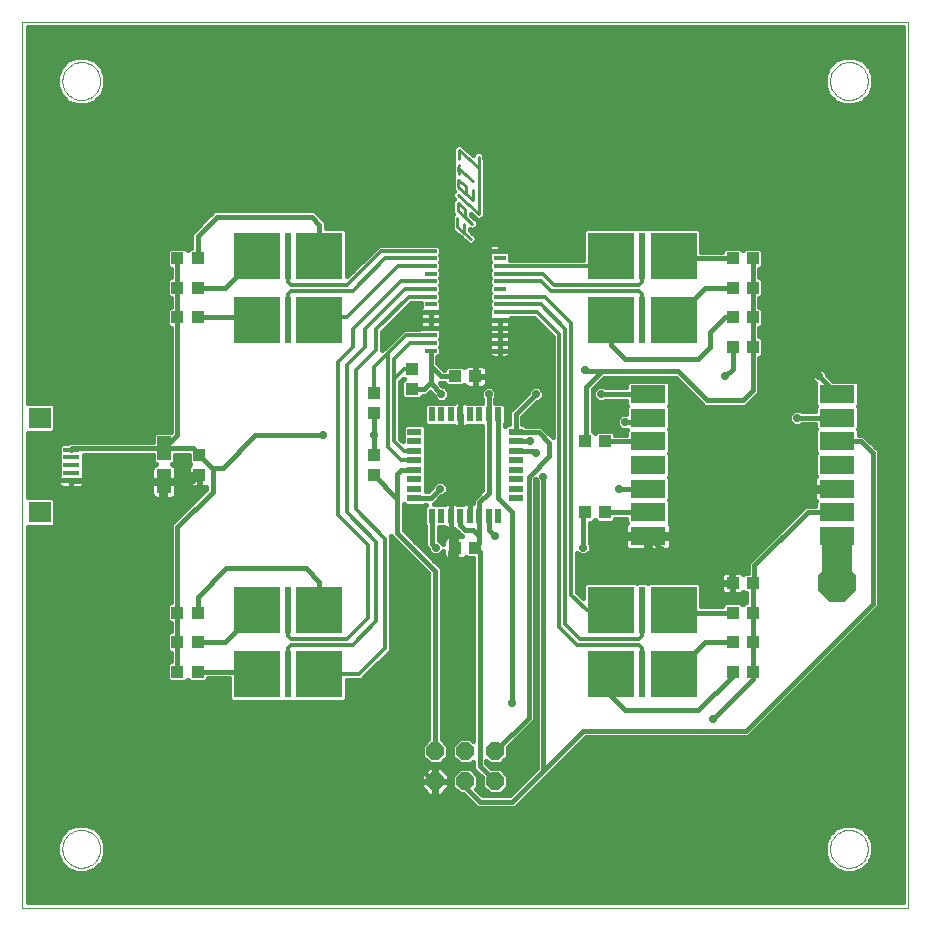
<source format=gtl>
G75*
G70*
%OFA0B0*%
%FSLAX24Y24*%
%IPPOS*%
%LPD*%
%AMOC8*
5,1,8,0,0,1.08239X$1,22.5*
%
%ADD10C,0.0000*%
%ADD11OC8,0.0600*%
%ADD12R,0.0394X0.0433*%
%ADD13R,0.0220X0.0500*%
%ADD14R,0.0500X0.0220*%
%ADD15R,0.1181X0.0591*%
%ADD16R,0.0433X0.0394*%
%ADD17R,0.0551X0.0138*%
%ADD18R,0.0748X0.0709*%
%ADD19R,0.0472X0.0787*%
%ADD20OC8,0.1250*%
%ADD21R,0.0390X0.0120*%
%ADD22R,0.1575X0.1575*%
%ADD23R,0.0236X0.1575*%
%ADD24C,0.0160*%
%ADD25OC8,0.0240*%
%ADD26C,0.1000*%
%ADD27C,0.0120*%
%ADD28C,0.0100*%
D10*
X000637Y000574D02*
X030165Y000574D01*
X030165Y030101D01*
X000637Y030101D01*
X000637Y000574D01*
X001976Y002542D02*
X001978Y002592D01*
X001984Y002642D01*
X001994Y002691D01*
X002008Y002739D01*
X002025Y002786D01*
X002046Y002831D01*
X002071Y002875D01*
X002099Y002916D01*
X002131Y002955D01*
X002165Y002992D01*
X002202Y003026D01*
X002242Y003056D01*
X002284Y003083D01*
X002328Y003107D01*
X002374Y003128D01*
X002421Y003144D01*
X002469Y003157D01*
X002519Y003166D01*
X002568Y003171D01*
X002619Y003172D01*
X002669Y003169D01*
X002718Y003162D01*
X002767Y003151D01*
X002815Y003136D01*
X002861Y003118D01*
X002906Y003096D01*
X002949Y003070D01*
X002990Y003041D01*
X003029Y003009D01*
X003065Y002974D01*
X003097Y002936D01*
X003127Y002896D01*
X003154Y002853D01*
X003177Y002809D01*
X003196Y002763D01*
X003212Y002715D01*
X003224Y002666D01*
X003232Y002617D01*
X003236Y002567D01*
X003236Y002517D01*
X003232Y002467D01*
X003224Y002418D01*
X003212Y002369D01*
X003196Y002321D01*
X003177Y002275D01*
X003154Y002231D01*
X003127Y002188D01*
X003097Y002148D01*
X003065Y002110D01*
X003029Y002075D01*
X002990Y002043D01*
X002949Y002014D01*
X002906Y001988D01*
X002861Y001966D01*
X002815Y001948D01*
X002767Y001933D01*
X002718Y001922D01*
X002669Y001915D01*
X002619Y001912D01*
X002568Y001913D01*
X002519Y001918D01*
X002469Y001927D01*
X002421Y001940D01*
X002374Y001956D01*
X002328Y001977D01*
X002284Y002001D01*
X002242Y002028D01*
X002202Y002058D01*
X002165Y002092D01*
X002131Y002129D01*
X002099Y002168D01*
X002071Y002209D01*
X002046Y002253D01*
X002025Y002298D01*
X002008Y002345D01*
X001994Y002393D01*
X001984Y002442D01*
X001978Y002492D01*
X001976Y002542D01*
X001976Y028133D02*
X001978Y028183D01*
X001984Y028233D01*
X001994Y028282D01*
X002008Y028330D01*
X002025Y028377D01*
X002046Y028422D01*
X002071Y028466D01*
X002099Y028507D01*
X002131Y028546D01*
X002165Y028583D01*
X002202Y028617D01*
X002242Y028647D01*
X002284Y028674D01*
X002328Y028698D01*
X002374Y028719D01*
X002421Y028735D01*
X002469Y028748D01*
X002519Y028757D01*
X002568Y028762D01*
X002619Y028763D01*
X002669Y028760D01*
X002718Y028753D01*
X002767Y028742D01*
X002815Y028727D01*
X002861Y028709D01*
X002906Y028687D01*
X002949Y028661D01*
X002990Y028632D01*
X003029Y028600D01*
X003065Y028565D01*
X003097Y028527D01*
X003127Y028487D01*
X003154Y028444D01*
X003177Y028400D01*
X003196Y028354D01*
X003212Y028306D01*
X003224Y028257D01*
X003232Y028208D01*
X003236Y028158D01*
X003236Y028108D01*
X003232Y028058D01*
X003224Y028009D01*
X003212Y027960D01*
X003196Y027912D01*
X003177Y027866D01*
X003154Y027822D01*
X003127Y027779D01*
X003097Y027739D01*
X003065Y027701D01*
X003029Y027666D01*
X002990Y027634D01*
X002949Y027605D01*
X002906Y027579D01*
X002861Y027557D01*
X002815Y027539D01*
X002767Y027524D01*
X002718Y027513D01*
X002669Y027506D01*
X002619Y027503D01*
X002568Y027504D01*
X002519Y027509D01*
X002469Y027518D01*
X002421Y027531D01*
X002374Y027547D01*
X002328Y027568D01*
X002284Y027592D01*
X002242Y027619D01*
X002202Y027649D01*
X002165Y027683D01*
X002131Y027720D01*
X002099Y027759D01*
X002071Y027800D01*
X002046Y027844D01*
X002025Y027889D01*
X002008Y027936D01*
X001994Y027984D01*
X001984Y028033D01*
X001978Y028083D01*
X001976Y028133D01*
X027566Y028133D02*
X027568Y028183D01*
X027574Y028233D01*
X027584Y028282D01*
X027598Y028330D01*
X027615Y028377D01*
X027636Y028422D01*
X027661Y028466D01*
X027689Y028507D01*
X027721Y028546D01*
X027755Y028583D01*
X027792Y028617D01*
X027832Y028647D01*
X027874Y028674D01*
X027918Y028698D01*
X027964Y028719D01*
X028011Y028735D01*
X028059Y028748D01*
X028109Y028757D01*
X028158Y028762D01*
X028209Y028763D01*
X028259Y028760D01*
X028308Y028753D01*
X028357Y028742D01*
X028405Y028727D01*
X028451Y028709D01*
X028496Y028687D01*
X028539Y028661D01*
X028580Y028632D01*
X028619Y028600D01*
X028655Y028565D01*
X028687Y028527D01*
X028717Y028487D01*
X028744Y028444D01*
X028767Y028400D01*
X028786Y028354D01*
X028802Y028306D01*
X028814Y028257D01*
X028822Y028208D01*
X028826Y028158D01*
X028826Y028108D01*
X028822Y028058D01*
X028814Y028009D01*
X028802Y027960D01*
X028786Y027912D01*
X028767Y027866D01*
X028744Y027822D01*
X028717Y027779D01*
X028687Y027739D01*
X028655Y027701D01*
X028619Y027666D01*
X028580Y027634D01*
X028539Y027605D01*
X028496Y027579D01*
X028451Y027557D01*
X028405Y027539D01*
X028357Y027524D01*
X028308Y027513D01*
X028259Y027506D01*
X028209Y027503D01*
X028158Y027504D01*
X028109Y027509D01*
X028059Y027518D01*
X028011Y027531D01*
X027964Y027547D01*
X027918Y027568D01*
X027874Y027592D01*
X027832Y027619D01*
X027792Y027649D01*
X027755Y027683D01*
X027721Y027720D01*
X027689Y027759D01*
X027661Y027800D01*
X027636Y027844D01*
X027615Y027889D01*
X027598Y027936D01*
X027584Y027984D01*
X027574Y028033D01*
X027568Y028083D01*
X027566Y028133D01*
X027566Y002542D02*
X027568Y002592D01*
X027574Y002642D01*
X027584Y002691D01*
X027598Y002739D01*
X027615Y002786D01*
X027636Y002831D01*
X027661Y002875D01*
X027689Y002916D01*
X027721Y002955D01*
X027755Y002992D01*
X027792Y003026D01*
X027832Y003056D01*
X027874Y003083D01*
X027918Y003107D01*
X027964Y003128D01*
X028011Y003144D01*
X028059Y003157D01*
X028109Y003166D01*
X028158Y003171D01*
X028209Y003172D01*
X028259Y003169D01*
X028308Y003162D01*
X028357Y003151D01*
X028405Y003136D01*
X028451Y003118D01*
X028496Y003096D01*
X028539Y003070D01*
X028580Y003041D01*
X028619Y003009D01*
X028655Y002974D01*
X028687Y002936D01*
X028717Y002896D01*
X028744Y002853D01*
X028767Y002809D01*
X028786Y002763D01*
X028802Y002715D01*
X028814Y002666D01*
X028822Y002617D01*
X028826Y002567D01*
X028826Y002517D01*
X028822Y002467D01*
X028814Y002418D01*
X028802Y002369D01*
X028786Y002321D01*
X028767Y002275D01*
X028744Y002231D01*
X028717Y002188D01*
X028687Y002148D01*
X028655Y002110D01*
X028619Y002075D01*
X028580Y002043D01*
X028539Y002014D01*
X028496Y001988D01*
X028451Y001966D01*
X028405Y001948D01*
X028357Y001933D01*
X028308Y001922D01*
X028259Y001915D01*
X028209Y001912D01*
X028158Y001913D01*
X028109Y001918D01*
X028059Y001927D01*
X028011Y001940D01*
X027964Y001956D01*
X027918Y001977D01*
X027874Y002001D01*
X027832Y002028D01*
X027792Y002058D01*
X027755Y002092D01*
X027721Y002129D01*
X027689Y002168D01*
X027661Y002209D01*
X027636Y002253D01*
X027615Y002298D01*
X027598Y002345D01*
X027584Y002393D01*
X027574Y002442D01*
X027568Y002492D01*
X027566Y002542D01*
D11*
X016401Y004798D03*
X016401Y005798D03*
X015401Y005798D03*
X015401Y004798D03*
X014401Y004798D03*
X014401Y005798D03*
D12*
X006483Y008448D03*
X005814Y008448D03*
X005814Y009432D03*
X006483Y009432D03*
X006483Y010416D03*
X005814Y010416D03*
X006543Y015003D03*
X006543Y015672D03*
X006483Y020259D03*
X005814Y020259D03*
X005814Y021243D03*
X006483Y021243D03*
X006483Y022227D03*
X005814Y022227D03*
X019397Y016125D03*
X020066Y016125D03*
X020066Y013763D03*
X019397Y013763D03*
X024318Y010416D03*
X024987Y010416D03*
X024987Y009432D03*
X024318Y009432D03*
X024318Y008448D03*
X024987Y008448D03*
X024987Y019274D03*
X024318Y019274D03*
X024318Y020259D03*
X024987Y020259D03*
X024987Y021243D03*
X024318Y021243D03*
X024318Y022227D03*
X024987Y022227D03*
D13*
X016503Y017027D03*
X016188Y017027D03*
X015873Y017027D03*
X015558Y017027D03*
X015243Y017027D03*
X014928Y017027D03*
X014613Y017027D03*
X014298Y017027D03*
X014298Y013647D03*
X014613Y013647D03*
X014928Y013647D03*
X015243Y013647D03*
X015558Y013647D03*
X015873Y013647D03*
X016188Y013647D03*
X016503Y013647D03*
D14*
X017091Y014235D03*
X017091Y014550D03*
X017091Y014865D03*
X017091Y015180D03*
X017091Y015495D03*
X017091Y015810D03*
X017091Y016125D03*
X017091Y016440D03*
X013711Y016440D03*
X013711Y016125D03*
X013711Y015810D03*
X013711Y015495D03*
X013711Y015180D03*
X013711Y014865D03*
X013711Y014550D03*
X013711Y014235D03*
D15*
X021503Y014550D03*
X021503Y013763D03*
X021503Y012975D03*
X021503Y015337D03*
X021503Y016125D03*
X021503Y016912D03*
X021503Y017700D03*
X027802Y017700D03*
X027802Y016912D03*
X027802Y016125D03*
X027802Y015337D03*
X027802Y014550D03*
X027802Y013763D03*
X027802Y012975D03*
D16*
X024987Y011400D03*
X024318Y011400D03*
X015735Y012582D03*
X015066Y012582D03*
X012350Y015003D03*
X012350Y015672D03*
X012350Y017070D03*
X012350Y017739D03*
X013629Y017857D03*
X013629Y018526D03*
X015066Y018290D03*
X015735Y018290D03*
D17*
X002271Y015849D03*
X002271Y015593D03*
X002271Y015337D03*
X002271Y015082D03*
X002271Y014826D03*
D18*
X001228Y013763D03*
X001228Y016912D03*
D19*
X005361Y015889D03*
X005361Y014786D03*
D20*
X027802Y011400D03*
D21*
X016550Y019150D03*
X016550Y019406D03*
X016550Y019662D03*
X016550Y019918D03*
X016550Y020174D03*
X016550Y020430D03*
X016550Y020686D03*
X016550Y020942D03*
X016550Y021198D03*
X016550Y021454D03*
X016550Y021710D03*
X016550Y021965D03*
X016550Y022221D03*
X016550Y022477D03*
X014252Y022477D03*
X014252Y022221D03*
X014252Y021965D03*
X014252Y021710D03*
X014252Y021454D03*
X014252Y021198D03*
X014252Y020942D03*
X014252Y020686D03*
X014252Y020430D03*
X014252Y020174D03*
X014252Y019918D03*
X014252Y019662D03*
X014252Y019406D03*
X014252Y019150D03*
D22*
X010539Y020180D03*
X008452Y020180D03*
X008452Y022306D03*
X010539Y022306D03*
X020263Y022306D03*
X022350Y022306D03*
X022350Y020180D03*
X020263Y020180D03*
X020263Y010495D03*
X022350Y010495D03*
X022350Y008369D03*
X020263Y008369D03*
X010539Y008369D03*
X008452Y008369D03*
X008452Y010495D03*
X010539Y010495D03*
D23*
X009495Y010495D03*
X009495Y008369D03*
X009495Y020180D03*
X009495Y022306D03*
X021306Y022306D03*
X021306Y020180D03*
X021306Y010495D03*
X021306Y008369D03*
D24*
X022350Y008369D02*
X023413Y009432D01*
X024318Y009432D01*
X024987Y009432D02*
X024987Y010416D01*
X024987Y011400D01*
X025046Y011460D01*
X025046Y011991D01*
X026818Y013763D01*
X027802Y013763D01*
X027072Y013983D02*
X027072Y014116D01*
X027084Y014128D01*
X027068Y014144D01*
X027044Y014185D01*
X027032Y014231D01*
X027032Y014482D01*
X027735Y014482D01*
X027735Y014618D01*
X027032Y014618D01*
X027032Y014869D01*
X027044Y014915D01*
X027068Y014956D01*
X027084Y014972D01*
X027072Y014984D01*
X027072Y015691D01*
X027112Y015731D01*
X027072Y015772D01*
X027072Y016478D01*
X027112Y016519D01*
X027072Y016559D01*
X027072Y016692D01*
X026621Y016692D01*
X026581Y016652D01*
X026366Y016652D01*
X026214Y016805D01*
X026214Y017020D01*
X026366Y017172D01*
X026581Y017172D01*
X026621Y017132D01*
X027072Y017132D01*
X027072Y017266D01*
X027112Y017306D01*
X027072Y017346D01*
X027072Y018053D01*
X027077Y018058D01*
X026952Y018183D01*
X026952Y018398D01*
X027104Y018550D01*
X027319Y018550D01*
X027472Y018398D01*
X027472Y018341D01*
X027678Y018135D01*
X028451Y018135D01*
X028533Y018053D01*
X028533Y017346D01*
X028492Y017306D01*
X028533Y017266D01*
X028533Y016559D01*
X028492Y016519D01*
X028533Y016478D01*
X028533Y016345D01*
X028681Y016345D01*
X029203Y015822D01*
X029203Y010620D01*
X024842Y006259D01*
X019429Y006259D01*
X018229Y005059D01*
X018229Y005059D01*
X018100Y004930D01*
X018100Y004930D01*
X017196Y004026D01*
X017196Y004026D01*
X017067Y003897D01*
X015802Y003897D01*
X015673Y004026D01*
X015341Y004358D01*
X015219Y004358D01*
X014961Y004616D01*
X014961Y004980D01*
X015219Y005238D01*
X015583Y005238D01*
X015841Y004980D01*
X015841Y004616D01*
X015773Y004548D01*
X015984Y004337D01*
X016884Y004337D01*
X017789Y005242D01*
X017789Y014796D01*
X017749Y014836D01*
X017749Y014865D01*
X017737Y014853D01*
X017737Y006823D01*
X016841Y005927D01*
X016841Y005616D01*
X016583Y005358D01*
X016219Y005358D01*
X016113Y005464D01*
X016113Y005397D01*
X016272Y005238D01*
X016583Y005238D01*
X016841Y004980D01*
X016841Y004616D01*
X016583Y004358D01*
X016219Y004358D01*
X015961Y004616D01*
X015961Y004927D01*
X015810Y005078D01*
X015802Y005078D01*
X015673Y005207D01*
X015673Y005448D01*
X015583Y005358D01*
X015219Y005358D01*
X014961Y005616D01*
X014961Y005980D01*
X015219Y006238D01*
X015583Y006238D01*
X015673Y006148D01*
X015673Y012245D01*
X015461Y012245D01*
X015428Y012277D01*
X015427Y012274D01*
X015393Y012241D01*
X015352Y012217D01*
X015306Y012205D01*
X015085Y012205D01*
X015085Y012563D01*
X015048Y012563D01*
X015048Y012205D01*
X014826Y012205D01*
X014780Y012217D01*
X014739Y012241D01*
X014706Y012274D01*
X014682Y012315D01*
X014670Y012361D01*
X014670Y012467D01*
X014524Y012322D01*
X014309Y012322D01*
X014157Y012474D01*
X014157Y012530D01*
X014078Y012609D01*
X014078Y013309D01*
X014048Y013339D01*
X014048Y013955D01*
X014108Y014015D01*
X014049Y014015D01*
X014019Y013985D01*
X013403Y013985D01*
X013357Y014031D01*
X013357Y013165D01*
X014492Y012030D01*
X014621Y011901D01*
X014621Y006200D01*
X014841Y005980D01*
X014841Y005616D01*
X014583Y005358D01*
X014219Y005358D01*
X013961Y005616D01*
X013961Y005980D01*
X014181Y006200D01*
X014181Y011719D01*
X012943Y012956D01*
X012943Y009152D01*
X012077Y008286D01*
X011960Y008169D01*
X011466Y008169D01*
X011466Y007524D01*
X011384Y007442D01*
X009693Y007442D01*
X009682Y007452D01*
X009671Y007442D01*
X009319Y007442D01*
X009308Y007452D01*
X009297Y007442D01*
X007607Y007442D01*
X007525Y007524D01*
X007525Y008228D01*
X006820Y008228D01*
X006820Y008173D01*
X006738Y008091D01*
X006229Y008091D01*
X006149Y008171D01*
X006069Y008091D01*
X005559Y008091D01*
X005477Y008173D01*
X005477Y008722D01*
X005559Y008804D01*
X005594Y008804D01*
X005594Y009075D01*
X005559Y009075D01*
X005477Y009157D01*
X005477Y009706D01*
X005559Y009789D01*
X005594Y009789D01*
X005594Y010060D01*
X005559Y010060D01*
X005477Y010142D01*
X005477Y010691D01*
X005559Y010773D01*
X005594Y010773D01*
X005594Y013372D01*
X005723Y013500D01*
X005723Y013500D01*
X006765Y014543D01*
X006765Y014607D01*
X006763Y014606D01*
X006561Y014606D01*
X006561Y014984D01*
X006524Y014984D01*
X006524Y014606D01*
X006322Y014606D01*
X006276Y014619D01*
X006235Y014642D01*
X006202Y014676D01*
X006178Y014717D01*
X006166Y014763D01*
X006166Y014984D01*
X006524Y014984D01*
X006524Y015021D01*
X006166Y015021D01*
X006166Y015243D01*
X006178Y015289D01*
X006202Y015330D01*
X006235Y015363D01*
X006238Y015365D01*
X006206Y015398D01*
X006206Y015669D01*
X005738Y015669D01*
X005738Y015437D01*
X005656Y015355D01*
X005640Y015355D01*
X005667Y015348D01*
X005708Y015324D01*
X005742Y015291D01*
X005765Y015249D01*
X005778Y015204D01*
X005778Y014824D01*
X005400Y014824D01*
X005400Y014748D01*
X005778Y014748D01*
X005778Y014369D01*
X005765Y014323D01*
X005742Y014282D01*
X005708Y014249D01*
X005667Y014225D01*
X005621Y014213D01*
X005400Y014213D01*
X005400Y014748D01*
X005323Y014748D01*
X004945Y014748D01*
X004945Y014369D01*
X004957Y014323D01*
X004981Y014282D01*
X005015Y014249D01*
X005056Y014225D01*
X005101Y014213D01*
X005323Y014213D01*
X005323Y014748D01*
X005323Y014824D01*
X004945Y014824D01*
X004945Y015204D01*
X004957Y015249D01*
X004981Y015291D01*
X005015Y015324D01*
X005056Y015348D01*
X005083Y015355D01*
X005067Y015355D01*
X004985Y015437D01*
X004985Y015669D01*
X002686Y015669D01*
X002686Y015466D01*
X002685Y015465D01*
X002686Y015464D01*
X002686Y015211D01*
X002685Y015210D01*
X002686Y015208D01*
X002686Y015009D01*
X002690Y015005D01*
X002714Y014964D01*
X002726Y014918D01*
X002726Y014826D01*
X002271Y014826D01*
X002271Y014826D01*
X002310Y014786D01*
X005361Y014786D01*
X005263Y014688D01*
X005263Y007562D01*
X007527Y005298D01*
X013826Y005298D01*
X014810Y005298D01*
X014909Y005397D01*
X014909Y012424D01*
X015066Y012582D01*
X014958Y012473D01*
X015048Y012461D02*
X015085Y012461D01*
X015066Y012582D02*
X014928Y012719D01*
X014928Y013647D01*
X014928Y013647D01*
X014928Y013217D01*
X014795Y013217D01*
X014749Y013230D01*
X014708Y013253D01*
X014704Y013257D01*
X014518Y013257D01*
X014518Y012842D01*
X014524Y012842D01*
X014670Y012696D01*
X014670Y012802D01*
X014682Y012848D01*
X014706Y012889D01*
X014739Y012922D01*
X014780Y012946D01*
X014826Y012958D01*
X015048Y012958D01*
X015048Y012600D01*
X015085Y012600D01*
X015085Y012958D01*
X015303Y012958D01*
X015181Y013081D01*
X015044Y013217D01*
X014928Y013217D01*
X014928Y013647D01*
X014928Y014127D01*
X015253Y014452D01*
X015558Y014147D01*
X015558Y013647D01*
X015558Y014077D01*
X015425Y014077D01*
X015379Y014065D01*
X015338Y014042D01*
X015334Y014037D01*
X015153Y014037D01*
X015149Y014042D01*
X015108Y014065D01*
X015062Y014077D01*
X014928Y014077D01*
X014795Y014077D01*
X014749Y014065D01*
X014708Y014042D01*
X014704Y014037D01*
X014363Y014037D01*
X014469Y014144D01*
X014615Y014290D01*
X014672Y014290D01*
X014824Y014442D01*
X014824Y014658D01*
X014672Y014810D01*
X014456Y014810D01*
X014304Y014658D01*
X014304Y014601D01*
X014158Y014455D01*
X014101Y014455D01*
X014101Y016608D01*
X014019Y016690D01*
X013403Y016690D01*
X013321Y016608D01*
X013321Y016126D01*
X013239Y016208D01*
X013239Y018109D01*
X013337Y018207D01*
X013352Y018192D01*
X013273Y018112D01*
X013273Y017602D01*
X013355Y017520D01*
X013904Y017520D01*
X013986Y017602D01*
X013986Y017637D01*
X014107Y017637D01*
X014236Y017766D01*
X014353Y017649D01*
X014353Y017592D01*
X014506Y017440D01*
X014721Y017440D01*
X014873Y017592D01*
X014873Y017807D01*
X014721Y017960D01*
X014665Y017960D01*
X014554Y018070D01*
X014710Y018070D01*
X014710Y018035D01*
X014792Y017953D01*
X015341Y017953D01*
X015373Y017986D01*
X015375Y017983D01*
X015408Y017949D01*
X015449Y017926D01*
X015495Y017913D01*
X015717Y017913D01*
X015717Y018272D01*
X015754Y018272D01*
X015754Y018309D01*
X015717Y018309D01*
X015717Y018667D01*
X015495Y018667D01*
X015449Y018655D01*
X015408Y018631D01*
X015375Y018598D01*
X015373Y018595D01*
X015341Y018627D01*
X014792Y018627D01*
X014710Y018545D01*
X014710Y018510D01*
X014705Y018510D01*
X014472Y018743D01*
X014472Y018950D01*
X014505Y018950D01*
X014587Y019032D01*
X014587Y019268D01*
X014577Y019278D01*
X014587Y019288D01*
X014587Y019524D01*
X014577Y019534D01*
X014587Y019544D01*
X014587Y019744D01*
X014591Y019748D01*
X014615Y019789D01*
X014627Y019834D01*
X014627Y019918D01*
X014252Y019918D01*
X013877Y019918D01*
X013877Y019868D01*
X013349Y019868D01*
X012759Y019278D01*
X012648Y019167D01*
X012648Y019782D01*
X013608Y020742D01*
X013917Y020742D01*
X013917Y020605D01*
X013913Y020601D01*
X013889Y020559D01*
X013877Y020514D01*
X013877Y020430D01*
X013877Y020346D01*
X013889Y020302D01*
X013877Y020258D01*
X013877Y020174D01*
X013877Y020090D01*
X013889Y020046D01*
X013877Y020002D01*
X013877Y019918D01*
X014252Y019918D01*
X014252Y019918D01*
X014252Y019918D01*
X014252Y020174D01*
X013877Y020174D01*
X014252Y020174D01*
X014252Y020174D01*
X014252Y020174D01*
X014627Y020174D01*
X014627Y020090D01*
X014615Y020046D01*
X014627Y020002D01*
X014627Y019918D01*
X014252Y019918D01*
X014252Y020174D02*
X014252Y020430D01*
X013877Y020430D01*
X014252Y020430D01*
X014252Y020430D01*
X015769Y020430D01*
X015991Y020652D01*
X015991Y022227D01*
X016241Y022477D01*
X016550Y022477D01*
X016550Y022477D01*
X016925Y022477D01*
X016925Y022394D01*
X016912Y022348D01*
X016889Y022307D01*
X016885Y022303D01*
X016885Y022165D01*
X019336Y022165D01*
X019336Y023151D01*
X019418Y023233D01*
X021108Y023233D01*
X021119Y023222D01*
X021130Y023233D01*
X021482Y023233D01*
X021493Y023222D01*
X021504Y023233D01*
X023195Y023233D01*
X023277Y023151D01*
X023277Y022447D01*
X023981Y022447D01*
X023981Y022502D01*
X024063Y022584D01*
X024573Y022584D01*
X024653Y022504D01*
X024733Y022584D01*
X025242Y022584D01*
X025324Y022502D01*
X025324Y021953D01*
X025242Y021871D01*
X025207Y021871D01*
X025207Y021600D01*
X025242Y021600D01*
X025324Y021518D01*
X025324Y020968D01*
X025242Y020886D01*
X025207Y020886D01*
X025207Y020615D01*
X025242Y020615D01*
X025324Y020533D01*
X025324Y019984D01*
X025242Y019902D01*
X025207Y019902D01*
X025207Y019631D01*
X025242Y019631D01*
X025324Y019549D01*
X025324Y019000D01*
X025242Y018918D01*
X025207Y018918D01*
X025207Y017746D01*
X024744Y017283D01*
X023381Y017283D01*
X023252Y017412D01*
X023252Y017412D01*
X022421Y018242D01*
X020044Y018242D01*
X019656Y017855D01*
X019656Y016477D01*
X019731Y016402D01*
X019811Y016481D01*
X020321Y016481D01*
X020403Y016399D01*
X020403Y016345D01*
X020773Y016345D01*
X020773Y016478D01*
X020799Y016505D01*
X020608Y016505D01*
X020456Y016657D01*
X020456Y016872D01*
X020608Y017025D01*
X020773Y017025D01*
X020773Y017266D01*
X020813Y017306D01*
X020773Y017346D01*
X020773Y017480D01*
X020076Y017480D01*
X020036Y017440D01*
X019821Y017440D01*
X019668Y017592D01*
X019668Y017807D01*
X019821Y017960D01*
X020036Y017960D01*
X020076Y017920D01*
X020773Y017920D01*
X020773Y018053D01*
X020855Y018135D01*
X022152Y018135D01*
X022234Y018053D01*
X022234Y017346D01*
X022193Y017306D01*
X022234Y017266D01*
X022234Y016559D01*
X022193Y016519D01*
X022234Y016478D01*
X022234Y015772D01*
X022193Y015731D01*
X022234Y015691D01*
X022234Y014984D01*
X022193Y014944D01*
X022234Y014903D01*
X022234Y014197D01*
X022193Y014156D01*
X022234Y014116D01*
X022234Y013409D01*
X022222Y013397D01*
X022238Y013381D01*
X022261Y013340D01*
X022274Y013294D01*
X022274Y013043D01*
X021571Y013043D01*
X021571Y012908D01*
X022274Y012908D01*
X022274Y012656D01*
X022261Y012611D01*
X022238Y012569D01*
X022204Y012536D01*
X022163Y012512D01*
X022117Y012500D01*
X021571Y012500D01*
X021571Y012908D01*
X021435Y012908D01*
X020733Y012908D01*
X020733Y012656D01*
X020745Y012611D01*
X020769Y012569D01*
X020802Y012536D01*
X020843Y012512D01*
X020889Y012500D01*
X021435Y012500D01*
X021435Y012908D01*
X021435Y013043D01*
X020733Y013043D01*
X020733Y013294D01*
X020745Y013340D01*
X020769Y013381D01*
X020785Y013397D01*
X020773Y013409D01*
X020773Y013543D01*
X020403Y013543D01*
X020403Y013488D01*
X020321Y013406D01*
X019811Y013406D01*
X019731Y013486D01*
X019652Y013406D01*
X019558Y013406D01*
X019558Y012729D01*
X019598Y012689D01*
X019598Y012474D01*
X019445Y012322D01*
X019230Y012322D01*
X019144Y012408D01*
X019144Y011090D01*
X019336Y010898D01*
X019336Y011340D01*
X019418Y011422D01*
X021108Y011422D01*
X021119Y011411D01*
X021130Y011422D01*
X021482Y011422D01*
X021493Y011411D01*
X021504Y011422D01*
X023195Y011422D01*
X023277Y011340D01*
X023277Y010636D01*
X023981Y010636D01*
X023981Y010691D01*
X024063Y010773D01*
X024573Y010773D01*
X024653Y010693D01*
X024733Y010773D01*
X024767Y010773D01*
X024767Y011064D01*
X024713Y011064D01*
X024680Y011096D01*
X024679Y011093D01*
X024645Y011060D01*
X024604Y011036D01*
X024558Y011024D01*
X024337Y011024D01*
X024337Y011382D01*
X024300Y011382D01*
X024300Y011024D01*
X024078Y011024D01*
X024032Y011036D01*
X023991Y011060D01*
X023958Y011093D01*
X023934Y011134D01*
X023922Y011180D01*
X023922Y011382D01*
X024300Y011382D01*
X024300Y011419D01*
X024300Y011777D01*
X024078Y011777D01*
X024032Y011765D01*
X023991Y011741D01*
X023958Y011708D01*
X023934Y011667D01*
X023922Y011621D01*
X023922Y011419D01*
X024300Y011419D01*
X024337Y011419D01*
X024337Y011777D01*
X024558Y011777D01*
X024604Y011765D01*
X024645Y011741D01*
X024679Y011708D01*
X024680Y011705D01*
X024713Y011737D01*
X024826Y011737D01*
X024826Y012082D01*
X024955Y012211D01*
X024955Y012211D01*
X026727Y013983D01*
X027072Y013983D01*
X027072Y014046D02*
X022234Y014046D01*
X022234Y013888D02*
X026632Y013888D01*
X026474Y013729D02*
X022234Y013729D01*
X022234Y013571D02*
X026315Y013571D01*
X026157Y013412D02*
X022234Y013412D01*
X022274Y013254D02*
X025998Y013254D01*
X025840Y013095D02*
X022274Y013095D01*
X022274Y012778D02*
X025523Y012778D01*
X025681Y012937D02*
X021571Y012937D01*
X021503Y012975D02*
X022291Y012188D01*
X024259Y012188D01*
X024259Y011400D01*
X024318Y011400D01*
X024259Y011460D01*
X024300Y011510D02*
X024337Y011510D01*
X024337Y011352D02*
X024300Y011352D01*
X024300Y011193D02*
X024337Y011193D01*
X024337Y011035D02*
X024300Y011035D01*
X024036Y011035D02*
X023277Y011035D01*
X023277Y011193D02*
X023922Y011193D01*
X023922Y011352D02*
X023266Y011352D01*
X023277Y010876D02*
X024767Y010876D01*
X024767Y011035D02*
X024600Y011035D01*
X024628Y010718D02*
X024678Y010718D01*
X024318Y010416D02*
X022428Y010416D01*
X022350Y010495D01*
X023277Y010718D02*
X024008Y010718D01*
X023922Y011510D02*
X019144Y011510D01*
X019144Y011352D02*
X019347Y011352D01*
X019336Y011193D02*
X019144Y011193D01*
X019199Y011035D02*
X019336Y011035D01*
X019144Y011669D02*
X023935Y011669D01*
X024259Y012188D02*
X026621Y014550D01*
X025735Y015436D01*
X025735Y022719D01*
X024850Y023605D01*
X017763Y023605D01*
X016635Y022477D01*
X016550Y022477D01*
X016925Y022477D01*
X016925Y022561D01*
X016912Y022607D01*
X016889Y022648D01*
X016855Y022681D01*
X016814Y022705D01*
X016768Y022717D01*
X016550Y022717D01*
X016550Y022477D01*
X016550Y022477D01*
X016175Y022477D01*
X016175Y022394D01*
X016187Y022348D01*
X016210Y022307D01*
X016215Y022303D01*
X016215Y022103D01*
X016224Y022093D01*
X016215Y022083D01*
X016215Y021847D01*
X016224Y021837D01*
X016215Y021828D01*
X016215Y021592D01*
X016224Y021582D01*
X016215Y021572D01*
X016215Y021336D01*
X016224Y021326D01*
X016215Y021316D01*
X016215Y021080D01*
X016224Y021070D01*
X016215Y021060D01*
X016215Y020824D01*
X016224Y020814D01*
X016215Y020804D01*
X016215Y020568D01*
X016224Y020558D01*
X016215Y020548D01*
X016215Y020349D01*
X016210Y020345D01*
X016187Y020304D01*
X016175Y020258D01*
X016175Y020174D01*
X016175Y020090D01*
X016186Y020046D01*
X016175Y020002D01*
X016175Y019918D01*
X016175Y019834D01*
X016186Y019790D01*
X016175Y019746D01*
X016175Y019662D01*
X016175Y019579D01*
X016186Y019534D01*
X016175Y019490D01*
X016175Y019406D01*
X016175Y019323D01*
X016186Y019278D01*
X016175Y019234D01*
X016175Y019150D01*
X016175Y019067D01*
X016187Y019021D01*
X016210Y018980D01*
X016244Y018946D01*
X016285Y018923D01*
X016331Y018910D01*
X016550Y018910D01*
X016768Y018910D01*
X016814Y018923D01*
X016855Y018946D01*
X016889Y018980D01*
X016912Y019021D01*
X016925Y019067D01*
X016925Y019150D01*
X016550Y019150D01*
X016550Y019150D01*
X016550Y018910D01*
X016550Y019150D01*
X016550Y019150D01*
X016925Y019150D01*
X016925Y019234D01*
X016913Y019278D01*
X016925Y019323D01*
X016925Y019406D01*
X016550Y019406D01*
X016550Y019406D01*
X016925Y019406D01*
X016925Y019490D01*
X016913Y019534D01*
X016925Y019579D01*
X016925Y019662D01*
X016550Y019662D01*
X016550Y019662D01*
X016925Y019662D01*
X016925Y019746D01*
X016913Y019790D01*
X016925Y019834D01*
X016925Y019918D01*
X016550Y019918D01*
X016550Y019918D01*
X016925Y019918D01*
X016925Y020002D01*
X016913Y020046D01*
X016925Y020090D01*
X016925Y020174D01*
X016550Y020174D01*
X016550Y020174D01*
X016925Y020174D01*
X016925Y020230D01*
X017706Y020230D01*
X018326Y019610D01*
X018326Y016267D01*
X018297Y016296D01*
X018081Y016511D01*
X017953Y016640D01*
X017448Y016640D01*
X017399Y016690D01*
X017311Y016690D01*
X017311Y016936D01*
X017814Y017440D01*
X017871Y017440D01*
X018023Y017592D01*
X018023Y017807D01*
X017871Y017960D01*
X017655Y017960D01*
X017503Y017807D01*
X017503Y017751D01*
X017000Y017247D01*
X016871Y017119D01*
X016871Y016690D01*
X016783Y016690D01*
X016723Y016630D01*
X016723Y016689D01*
X016753Y016719D01*
X016753Y017335D01*
X016671Y017417D01*
X016408Y017417D01*
X016408Y017552D01*
X016448Y017592D01*
X016448Y017807D01*
X016296Y017960D01*
X016080Y017960D01*
X015928Y017807D01*
X015928Y017592D01*
X015968Y017552D01*
X015968Y017417D01*
X015468Y017417D01*
X015464Y017422D01*
X015423Y017445D01*
X015377Y017457D01*
X015243Y017457D01*
X015110Y017457D01*
X015064Y017445D01*
X015023Y017422D01*
X015019Y017417D01*
X014130Y017417D01*
X014048Y017335D01*
X014048Y016719D01*
X014130Y016637D01*
X015019Y016637D01*
X015023Y016633D01*
X015064Y016610D01*
X015110Y016597D01*
X015243Y016597D01*
X015243Y017027D01*
X015243Y017027D01*
X015243Y016597D01*
X015377Y016597D01*
X015423Y016610D01*
X015464Y016633D01*
X015468Y016637D01*
X015968Y016637D01*
X015968Y014494D01*
X015782Y014307D01*
X015653Y014179D01*
X015653Y014077D01*
X015558Y014077D01*
X015558Y013647D01*
X015558Y013647D01*
X015558Y013729D02*
X015558Y013729D01*
X015558Y013888D02*
X015558Y013888D01*
X015558Y014046D02*
X015558Y014046D01*
X015679Y014205D02*
X014530Y014205D01*
X014371Y014046D02*
X014716Y014046D01*
X014928Y014046D02*
X014928Y014046D01*
X014928Y014077D02*
X014928Y013647D01*
X014928Y014077D01*
X014928Y013888D02*
X014928Y013888D01*
X014928Y013729D02*
X014928Y013729D01*
X014928Y013647D02*
X014928Y013647D01*
X014928Y013571D02*
X014928Y013571D01*
X014928Y013412D02*
X014928Y013412D01*
X014928Y013254D02*
X014928Y013254D01*
X014708Y013254D02*
X014518Y013254D01*
X014518Y013095D02*
X015167Y013095D01*
X015085Y012937D02*
X015048Y012937D01*
X015048Y012778D02*
X015085Y012778D01*
X015085Y012620D02*
X015048Y012620D01*
X015056Y012582D02*
X015066Y012582D01*
X015048Y012303D02*
X015085Y012303D01*
X015673Y012144D02*
X014378Y012144D01*
X014536Y011986D02*
X015673Y011986D01*
X015673Y011827D02*
X014621Y011827D01*
X014621Y011669D02*
X015673Y011669D01*
X015673Y011510D02*
X014621Y011510D01*
X014621Y011352D02*
X015673Y011352D01*
X015673Y011193D02*
X014621Y011193D01*
X014621Y011035D02*
X015673Y011035D01*
X015673Y010876D02*
X014621Y010876D01*
X014621Y010718D02*
X015673Y010718D01*
X015673Y010559D02*
X014621Y010559D01*
X014621Y010401D02*
X015673Y010401D01*
X015673Y010242D02*
X014621Y010242D01*
X014621Y010084D02*
X015673Y010084D01*
X015673Y009925D02*
X014621Y009925D01*
X014621Y009767D02*
X015673Y009767D01*
X015673Y009608D02*
X014621Y009608D01*
X014621Y009450D02*
X015673Y009450D01*
X015673Y009291D02*
X014621Y009291D01*
X014621Y009133D02*
X015673Y009133D01*
X015673Y008974D02*
X014621Y008974D01*
X014621Y008816D02*
X015673Y008816D01*
X015673Y008657D02*
X014621Y008657D01*
X014621Y008499D02*
X015673Y008499D01*
X015673Y008340D02*
X014621Y008340D01*
X014621Y008182D02*
X015673Y008182D01*
X015673Y008023D02*
X014621Y008023D01*
X014621Y007865D02*
X015673Y007865D01*
X015673Y007706D02*
X014621Y007706D01*
X014621Y007548D02*
X015673Y007548D01*
X015673Y007389D02*
X014621Y007389D01*
X014621Y007231D02*
X015673Y007231D01*
X015673Y007072D02*
X014621Y007072D01*
X014621Y006914D02*
X015673Y006914D01*
X015673Y006755D02*
X014621Y006755D01*
X014621Y006597D02*
X015673Y006597D01*
X015673Y006438D02*
X014621Y006438D01*
X014621Y006280D02*
X015673Y006280D01*
X015102Y006121D02*
X014700Y006121D01*
X014841Y005963D02*
X014961Y005963D01*
X014961Y005804D02*
X014841Y005804D01*
X014841Y005646D02*
X014961Y005646D01*
X015089Y005487D02*
X014712Y005487D01*
X014600Y005278D02*
X014421Y005278D01*
X014421Y004818D01*
X014881Y004818D01*
X014881Y004997D01*
X014600Y005278D01*
X014707Y005170D02*
X015151Y005170D01*
X014992Y005012D02*
X014866Y005012D01*
X014881Y004853D02*
X014961Y004853D01*
X014881Y004778D02*
X014421Y004778D01*
X014421Y004818D01*
X014381Y004818D01*
X014381Y005278D01*
X014202Y005278D01*
X013921Y004997D01*
X013921Y004818D01*
X014381Y004818D01*
X014381Y004778D01*
X014421Y004778D01*
X014421Y004318D01*
X014600Y004318D01*
X014881Y004599D01*
X014881Y004778D01*
X014881Y004695D02*
X014961Y004695D01*
X015040Y004536D02*
X014818Y004536D01*
X014659Y004378D02*
X015199Y004378D01*
X015401Y004609D02*
X015893Y004117D01*
X016976Y004117D01*
X018009Y005150D01*
X019338Y006479D01*
X024751Y006479D01*
X028983Y010711D01*
X028983Y015731D01*
X028590Y016125D01*
X027802Y016125D01*
X027072Y016107D02*
X022234Y016107D01*
X022234Y016265D02*
X027072Y016265D01*
X027072Y016424D02*
X022234Y016424D01*
X022234Y016582D02*
X027072Y016582D01*
X027072Y017216D02*
X022234Y017216D01*
X022234Y017058D02*
X026251Y017058D01*
X026214Y016899D02*
X022234Y016899D01*
X022234Y016741D02*
X026277Y016741D01*
X026474Y016912D02*
X027802Y016912D01*
X028533Y016899D02*
X029985Y016899D01*
X029985Y016741D02*
X028533Y016741D01*
X028533Y016582D02*
X029985Y016582D01*
X029985Y016424D02*
X028533Y016424D01*
X028761Y016265D02*
X029985Y016265D01*
X029985Y016107D02*
X028919Y016107D01*
X029078Y015948D02*
X029985Y015948D01*
X029985Y015790D02*
X029203Y015790D01*
X029203Y015631D02*
X029985Y015631D01*
X029985Y015473D02*
X029203Y015473D01*
X029203Y015314D02*
X029985Y015314D01*
X029985Y015156D02*
X029203Y015156D01*
X029203Y014997D02*
X029985Y014997D01*
X029985Y014839D02*
X029203Y014839D01*
X029203Y014680D02*
X029985Y014680D01*
X029985Y014522D02*
X029203Y014522D01*
X029203Y014363D02*
X029985Y014363D01*
X029985Y014205D02*
X029203Y014205D01*
X029203Y014046D02*
X029985Y014046D01*
X029985Y013888D02*
X029203Y013888D01*
X029203Y013729D02*
X029985Y013729D01*
X029985Y013571D02*
X029203Y013571D01*
X029203Y013412D02*
X029985Y013412D01*
X029985Y013254D02*
X029203Y013254D01*
X029203Y013095D02*
X029985Y013095D01*
X029985Y012937D02*
X029203Y012937D01*
X029203Y012778D02*
X029985Y012778D01*
X029985Y012620D02*
X029203Y012620D01*
X029203Y012461D02*
X029985Y012461D01*
X029985Y012303D02*
X029203Y012303D01*
X029203Y012144D02*
X029985Y012144D01*
X029985Y011986D02*
X029203Y011986D01*
X029203Y011827D02*
X029985Y011827D01*
X029985Y011669D02*
X029203Y011669D01*
X029203Y011510D02*
X029985Y011510D01*
X029985Y011352D02*
X029203Y011352D01*
X029203Y011193D02*
X029985Y011193D01*
X029985Y011035D02*
X029203Y011035D01*
X029203Y010876D02*
X029985Y010876D01*
X029985Y010718D02*
X029203Y010718D01*
X029142Y010559D02*
X029985Y010559D01*
X029985Y010401D02*
X028984Y010401D01*
X028825Y010242D02*
X029985Y010242D01*
X029985Y010084D02*
X028667Y010084D01*
X028508Y009925D02*
X029985Y009925D01*
X029985Y009767D02*
X028350Y009767D01*
X028191Y009608D02*
X029985Y009608D01*
X029985Y009450D02*
X028033Y009450D01*
X027874Y009291D02*
X029985Y009291D01*
X029985Y009133D02*
X027716Y009133D01*
X027557Y008974D02*
X029985Y008974D01*
X029985Y008816D02*
X027399Y008816D01*
X027240Y008657D02*
X029985Y008657D01*
X029985Y008499D02*
X027082Y008499D01*
X026923Y008340D02*
X029985Y008340D01*
X029985Y008182D02*
X026765Y008182D01*
X026606Y008023D02*
X029985Y008023D01*
X029985Y007865D02*
X026448Y007865D01*
X026289Y007706D02*
X029985Y007706D01*
X029985Y007548D02*
X026131Y007548D01*
X025972Y007389D02*
X029985Y007389D01*
X029985Y007231D02*
X025814Y007231D01*
X025655Y007072D02*
X029985Y007072D01*
X029985Y006914D02*
X025497Y006914D01*
X025338Y006755D02*
X029985Y006755D01*
X029985Y006597D02*
X025180Y006597D01*
X025021Y006438D02*
X029985Y006438D01*
X029985Y006280D02*
X024863Y006280D01*
X023668Y006873D02*
X024987Y008192D01*
X024987Y008448D01*
X024987Y009432D01*
X024318Y008448D02*
X024318Y008310D01*
X023176Y007168D01*
X020716Y007168D01*
X020263Y007621D01*
X020263Y008369D01*
X019291Y006121D02*
X029985Y006121D01*
X029985Y005963D02*
X019132Y005963D01*
X018974Y005804D02*
X029985Y005804D01*
X029985Y005646D02*
X018815Y005646D01*
X018657Y005487D02*
X029985Y005487D01*
X029985Y005329D02*
X018498Y005329D01*
X018340Y005170D02*
X029985Y005170D01*
X029985Y005012D02*
X018181Y005012D01*
X018009Y005150D02*
X018009Y014944D01*
X017749Y014839D02*
X017737Y014839D01*
X017737Y014680D02*
X017789Y014680D01*
X017789Y014522D02*
X017737Y014522D01*
X017737Y014363D02*
X017789Y014363D01*
X017789Y014205D02*
X017737Y014205D01*
X017737Y014046D02*
X017789Y014046D01*
X017789Y013888D02*
X017737Y013888D01*
X017737Y013729D02*
X017789Y013729D01*
X017789Y013571D02*
X017737Y013571D01*
X017737Y013412D02*
X017789Y013412D01*
X017789Y013254D02*
X017737Y013254D01*
X017737Y013095D02*
X017789Y013095D01*
X017789Y012937D02*
X017737Y012937D01*
X017737Y012778D02*
X017789Y012778D01*
X017789Y012620D02*
X017737Y012620D01*
X017737Y012461D02*
X017789Y012461D01*
X017789Y012303D02*
X017737Y012303D01*
X017737Y012144D02*
X017789Y012144D01*
X017789Y011986D02*
X017737Y011986D01*
X017737Y011827D02*
X017789Y011827D01*
X017789Y011669D02*
X017737Y011669D01*
X017737Y011510D02*
X017789Y011510D01*
X017789Y011352D02*
X017737Y011352D01*
X017737Y011193D02*
X017789Y011193D01*
X017789Y011035D02*
X017737Y011035D01*
X017737Y010876D02*
X017789Y010876D01*
X017789Y010718D02*
X017737Y010718D01*
X017737Y010559D02*
X017789Y010559D01*
X017789Y010401D02*
X017737Y010401D01*
X017737Y010242D02*
X017789Y010242D01*
X017789Y010084D02*
X017737Y010084D01*
X017737Y009925D02*
X017789Y009925D01*
X017789Y009767D02*
X017737Y009767D01*
X017737Y009608D02*
X017789Y009608D01*
X017789Y009450D02*
X017737Y009450D01*
X017737Y009291D02*
X017789Y009291D01*
X017789Y009133D02*
X017737Y009133D01*
X017737Y008974D02*
X017789Y008974D01*
X017789Y008816D02*
X017737Y008816D01*
X017737Y008657D02*
X017789Y008657D01*
X017789Y008499D02*
X017737Y008499D01*
X017737Y008340D02*
X017789Y008340D01*
X017789Y008182D02*
X017737Y008182D01*
X017737Y008023D02*
X017789Y008023D01*
X017789Y007865D02*
X017737Y007865D01*
X017737Y007706D02*
X017789Y007706D01*
X017789Y007548D02*
X017737Y007548D01*
X017737Y007389D02*
X017789Y007389D01*
X017789Y007231D02*
X017737Y007231D01*
X017737Y007072D02*
X017789Y007072D01*
X017789Y006914D02*
X017737Y006914D01*
X017789Y006755D02*
X017669Y006755D01*
X017789Y006597D02*
X017511Y006597D01*
X017352Y006438D02*
X017789Y006438D01*
X017789Y006280D02*
X017194Y006280D01*
X017035Y006121D02*
X017789Y006121D01*
X017789Y005963D02*
X016877Y005963D01*
X016841Y005804D02*
X017789Y005804D01*
X017789Y005646D02*
X016841Y005646D01*
X016712Y005487D02*
X017789Y005487D01*
X017789Y005329D02*
X016181Y005329D01*
X015901Y005298D02*
X016401Y004798D01*
X016841Y004853D02*
X017401Y004853D01*
X017559Y005012D02*
X016809Y005012D01*
X016651Y005170D02*
X017718Y005170D01*
X018023Y004853D02*
X029985Y004853D01*
X029985Y004695D02*
X017864Y004695D01*
X017706Y004536D02*
X029985Y004536D01*
X029985Y004378D02*
X017547Y004378D01*
X017389Y004219D02*
X029985Y004219D01*
X029985Y004061D02*
X017230Y004061D01*
X017072Y003902D02*
X029985Y003902D01*
X029985Y003744D02*
X000817Y003744D01*
X000817Y003902D02*
X015797Y003902D01*
X015638Y004061D02*
X000817Y004061D01*
X000817Y004219D02*
X015480Y004219D01*
X015785Y004536D02*
X016040Y004536D01*
X015961Y004695D02*
X015841Y004695D01*
X015841Y004853D02*
X015961Y004853D01*
X015876Y005012D02*
X015809Y005012D01*
X015710Y005170D02*
X015651Y005170D01*
X015673Y005329D02*
X000817Y005329D01*
X000817Y005487D02*
X014089Y005487D01*
X013961Y005646D02*
X000817Y005646D01*
X000817Y005804D02*
X013961Y005804D01*
X013961Y005963D02*
X000817Y005963D01*
X000817Y006121D02*
X014102Y006121D01*
X014181Y006280D02*
X000817Y006280D01*
X000817Y006438D02*
X014181Y006438D01*
X014181Y006597D02*
X000817Y006597D01*
X000817Y006755D02*
X014181Y006755D01*
X014181Y006914D02*
X000817Y006914D01*
X000817Y007072D02*
X014181Y007072D01*
X014181Y007231D02*
X000817Y007231D01*
X000817Y007389D02*
X014181Y007389D01*
X014181Y007548D02*
X011466Y007548D01*
X011466Y007706D02*
X014181Y007706D01*
X014181Y007865D02*
X011466Y007865D01*
X011466Y008023D02*
X014181Y008023D01*
X014181Y008182D02*
X011973Y008182D01*
X012131Y008340D02*
X014181Y008340D01*
X014181Y008499D02*
X012290Y008499D01*
X012448Y008657D02*
X014181Y008657D01*
X014181Y008816D02*
X012607Y008816D01*
X012765Y008974D02*
X014181Y008974D01*
X014181Y009133D02*
X012924Y009133D01*
X012943Y009291D02*
X014181Y009291D01*
X014181Y009450D02*
X012943Y009450D01*
X012943Y009608D02*
X014181Y009608D01*
X014181Y009767D02*
X012943Y009767D01*
X012943Y009925D02*
X014181Y009925D01*
X014181Y010084D02*
X012943Y010084D01*
X012943Y010242D02*
X014181Y010242D01*
X014181Y010401D02*
X012943Y010401D01*
X012943Y010559D02*
X014181Y010559D01*
X014181Y010718D02*
X012943Y010718D01*
X012943Y010876D02*
X014181Y010876D01*
X014181Y011035D02*
X012943Y011035D01*
X012943Y011193D02*
X014181Y011193D01*
X014181Y011352D02*
X012943Y011352D01*
X012943Y011510D02*
X014181Y011510D01*
X014181Y011669D02*
X012943Y011669D01*
X012943Y011827D02*
X014072Y011827D01*
X013914Y011986D02*
X012943Y011986D01*
X012943Y012144D02*
X013755Y012144D01*
X013597Y012303D02*
X012943Y012303D01*
X012943Y012461D02*
X013438Y012461D01*
X013280Y012620D02*
X012943Y012620D01*
X012943Y012778D02*
X013121Y012778D01*
X012963Y012937D02*
X012943Y012937D01*
X013137Y013074D02*
X014401Y011810D01*
X014401Y005798D01*
X014381Y005170D02*
X014421Y005170D01*
X014421Y005012D02*
X014381Y005012D01*
X014381Y004853D02*
X014421Y004853D01*
X014401Y004798D02*
X014326Y004798D01*
X013826Y005298D01*
X014094Y005170D02*
X000817Y005170D01*
X000817Y005012D02*
X013936Y005012D01*
X013921Y004853D02*
X000817Y004853D01*
X000817Y004695D02*
X013921Y004695D01*
X013921Y004778D02*
X013921Y004599D01*
X014202Y004318D01*
X014381Y004318D01*
X014381Y004778D01*
X013921Y004778D01*
X013984Y004536D02*
X000817Y004536D01*
X000817Y004378D02*
X014142Y004378D01*
X014381Y004378D02*
X014421Y004378D01*
X014421Y004536D02*
X014381Y004536D01*
X014381Y004695D02*
X014421Y004695D01*
X015401Y004609D02*
X015401Y004798D01*
X015943Y004378D02*
X016199Y004378D01*
X016603Y004378D02*
X016925Y004378D01*
X017084Y004536D02*
X016761Y004536D01*
X016841Y004695D02*
X017242Y004695D01*
X016401Y005798D02*
X017517Y006914D01*
X017517Y014944D01*
X018206Y015633D01*
X018206Y016076D01*
X017861Y016420D01*
X017110Y016420D01*
X017091Y016440D01*
X017091Y017027D01*
X017763Y017700D01*
X018023Y017692D02*
X018326Y017692D01*
X018326Y017850D02*
X017980Y017850D01*
X017964Y017533D02*
X018326Y017533D01*
X018326Y017375D02*
X017749Y017375D01*
X017591Y017216D02*
X018326Y017216D01*
X018326Y017058D02*
X017432Y017058D01*
X017311Y016899D02*
X018326Y016899D01*
X018326Y016741D02*
X017311Y016741D01*
X016871Y016741D02*
X016753Y016741D01*
X016753Y016899D02*
X016871Y016899D01*
X016871Y017058D02*
X016753Y017058D01*
X016753Y017216D02*
X016968Y017216D01*
X017127Y017375D02*
X016714Y017375D01*
X016408Y017533D02*
X017285Y017533D01*
X017444Y017692D02*
X016448Y017692D01*
X016405Y017850D02*
X017546Y017850D01*
X018326Y018009D02*
X016111Y018009D01*
X016120Y018024D02*
X016132Y018070D01*
X016132Y018272D01*
X015754Y018272D01*
X015754Y017913D01*
X015976Y017913D01*
X016021Y017926D01*
X016062Y017949D01*
X016096Y017983D01*
X016120Y018024D01*
X016132Y018167D02*
X018326Y018167D01*
X018326Y018326D02*
X016132Y018326D01*
X016132Y018309D02*
X016132Y018511D01*
X016120Y018557D01*
X016096Y018598D01*
X016062Y018631D01*
X016021Y018655D01*
X015976Y018667D01*
X015754Y018667D01*
X015754Y018309D01*
X016132Y018309D01*
X016188Y018290D02*
X015735Y018290D01*
X015735Y017837D01*
X015243Y017345D01*
X015243Y017027D01*
X015253Y017018D01*
X015253Y014452D01*
X014824Y014522D02*
X015968Y014522D01*
X015968Y014680D02*
X014802Y014680D01*
X014564Y014550D02*
X014249Y014235D01*
X013711Y014235D01*
X014101Y014522D02*
X014225Y014522D01*
X014327Y014680D02*
X014101Y014680D01*
X014101Y014839D02*
X015968Y014839D01*
X015968Y014997D02*
X014101Y014997D01*
X014101Y015156D02*
X015968Y015156D01*
X015968Y015314D02*
X014101Y015314D01*
X014101Y015473D02*
X015968Y015473D01*
X015968Y015631D02*
X014101Y015631D01*
X014101Y015790D02*
X015968Y015790D01*
X015968Y015948D02*
X014101Y015948D01*
X014101Y016107D02*
X015968Y016107D01*
X015968Y016265D02*
X014101Y016265D01*
X014101Y016424D02*
X015968Y016424D01*
X015968Y016582D02*
X014101Y016582D01*
X014048Y016741D02*
X013239Y016741D01*
X013239Y016899D02*
X014048Y016899D01*
X014048Y017058D02*
X013239Y017058D01*
X013239Y017216D02*
X014048Y017216D01*
X014088Y017375D02*
X013239Y017375D01*
X013239Y017533D02*
X013342Y017533D01*
X013273Y017692D02*
X013239Y017692D01*
X013239Y017850D02*
X013273Y017850D01*
X013273Y018009D02*
X013239Y018009D01*
X013297Y018167D02*
X013328Y018167D01*
X013629Y017857D02*
X014016Y017857D01*
X014252Y018093D01*
X014252Y018061D01*
X014613Y017700D01*
X014873Y017692D02*
X015928Y017692D01*
X015968Y017533D02*
X014815Y017533D01*
X014831Y017850D02*
X015971Y017850D01*
X016188Y017700D02*
X016188Y017027D01*
X016188Y014402D01*
X015873Y014087D01*
X015873Y013647D01*
X015873Y012975D01*
X015676Y013172D01*
X015401Y013172D01*
X015243Y013330D01*
X015243Y013647D01*
X015141Y014046D02*
X015346Y014046D01*
X015782Y014307D02*
X015782Y014307D01*
X015838Y014363D02*
X014745Y014363D01*
X014048Y013888D02*
X013357Y013888D01*
X013357Y013729D02*
X014048Y013729D01*
X014048Y013571D02*
X013357Y013571D01*
X013357Y013412D02*
X014048Y013412D01*
X014078Y013254D02*
X013357Y013254D01*
X013427Y013095D02*
X014078Y013095D01*
X014078Y012937D02*
X013585Y012937D01*
X013744Y012778D02*
X014078Y012778D01*
X014078Y012620D02*
X013902Y012620D01*
X014061Y012461D02*
X014169Y012461D01*
X014219Y012303D02*
X014689Y012303D01*
X014664Y012461D02*
X014670Y012461D01*
X014417Y012582D02*
X014298Y012700D01*
X014298Y013647D01*
X014518Y012937D02*
X014764Y012937D01*
X014670Y012778D02*
X014588Y012778D01*
X015735Y012582D02*
X015893Y012424D01*
X015893Y005298D01*
X015901Y005298D01*
X016976Y007414D02*
X016976Y013763D01*
X016503Y014235D01*
X016503Y017027D01*
X017091Y016125D02*
X017566Y016125D01*
X017684Y015810D02*
X017763Y015731D01*
X017684Y015810D02*
X017091Y015810D01*
X018010Y016582D02*
X018326Y016582D01*
X018326Y016424D02*
X018169Y016424D01*
X018081Y016511D02*
X018081Y016511D01*
X019397Y016125D02*
X019436Y016125D01*
X019436Y017946D01*
X019953Y018462D01*
X019412Y018462D01*
X019387Y018487D01*
X019953Y018462D02*
X022512Y018462D01*
X023472Y017503D01*
X024653Y017503D01*
X024987Y017837D01*
X024987Y019274D01*
X024987Y020259D01*
X024987Y021243D01*
X024987Y022227D01*
X025324Y022288D02*
X029985Y022288D01*
X029985Y022130D02*
X025324Y022130D01*
X025324Y021971D02*
X029985Y021971D01*
X029985Y021813D02*
X025207Y021813D01*
X025207Y021654D02*
X029985Y021654D01*
X029985Y021496D02*
X025324Y021496D01*
X025324Y021337D02*
X029985Y021337D01*
X029985Y021179D02*
X025324Y021179D01*
X025324Y021020D02*
X029985Y021020D01*
X029985Y020862D02*
X025207Y020862D01*
X025207Y020703D02*
X029985Y020703D01*
X029985Y020545D02*
X025313Y020545D01*
X025324Y020386D02*
X029985Y020386D01*
X029985Y020228D02*
X025324Y020228D01*
X025324Y020069D02*
X029985Y020069D01*
X029985Y019911D02*
X025251Y019911D01*
X025207Y019752D02*
X029985Y019752D01*
X029985Y019594D02*
X025280Y019594D01*
X025324Y019435D02*
X029985Y019435D01*
X029985Y019277D02*
X025324Y019277D01*
X025324Y019118D02*
X029985Y019118D01*
X029985Y018960D02*
X025284Y018960D01*
X025207Y018801D02*
X029985Y018801D01*
X029985Y018643D02*
X025207Y018643D01*
X025207Y018484D02*
X027038Y018484D01*
X026952Y018326D02*
X025207Y018326D01*
X025207Y018167D02*
X026967Y018167D01*
X027072Y018009D02*
X025207Y018009D01*
X025207Y017850D02*
X027072Y017850D01*
X027072Y017692D02*
X025153Y017692D01*
X024994Y017533D02*
X027072Y017533D01*
X027072Y017375D02*
X024836Y017375D01*
X024062Y018290D02*
X024318Y018546D01*
X024318Y019274D01*
X024357Y019274D01*
X024948Y019274D02*
X024987Y019274D01*
X024318Y020259D02*
X024062Y020259D01*
X023570Y019767D01*
X023570Y019274D01*
X023176Y018881D01*
X020716Y018881D01*
X020263Y019334D01*
X020263Y020180D01*
X018326Y019594D02*
X016925Y019594D01*
X016923Y019752D02*
X018183Y019752D01*
X018025Y019911D02*
X016925Y019911D01*
X016919Y020069D02*
X017866Y020069D01*
X017708Y020228D02*
X016925Y020228D01*
X016550Y020174D02*
X016550Y019918D01*
X016550Y019662D01*
X016550Y019406D01*
X016550Y019150D01*
X016550Y018652D01*
X016188Y018290D01*
X016132Y018484D02*
X018326Y018484D01*
X018326Y018643D02*
X016042Y018643D01*
X015754Y018643D02*
X015717Y018643D01*
X015717Y018484D02*
X015754Y018484D01*
X015754Y018326D02*
X015717Y018326D01*
X015717Y018167D02*
X015754Y018167D01*
X015754Y018009D02*
X015717Y018009D01*
X015106Y018251D02*
X015066Y018290D01*
X014613Y018290D01*
X014252Y018652D01*
X014252Y018093D01*
X014615Y018009D02*
X014736Y018009D01*
X015066Y018290D02*
X015007Y018349D01*
X015428Y018643D02*
X014572Y018643D01*
X014472Y018801D02*
X018326Y018801D01*
X018326Y018960D02*
X016868Y018960D01*
X016925Y019118D02*
X018326Y019118D01*
X018326Y019277D02*
X016913Y019277D01*
X016925Y019435D02*
X018326Y019435D01*
X019810Y018009D02*
X020773Y018009D01*
X020773Y017375D02*
X019656Y017375D01*
X019656Y017533D02*
X019727Y017533D01*
X019668Y017692D02*
X019656Y017692D01*
X019656Y017850D02*
X019711Y017850D01*
X019928Y017700D02*
X021503Y017700D01*
X021503Y016912D02*
X021356Y016765D01*
X020716Y016765D01*
X020530Y016582D02*
X019656Y016582D01*
X019656Y016741D02*
X020456Y016741D01*
X020483Y016899D02*
X019656Y016899D01*
X019656Y017058D02*
X020773Y017058D01*
X020773Y017216D02*
X019656Y017216D01*
X019709Y016424D02*
X019754Y016424D01*
X020066Y016125D02*
X021503Y016125D01*
X020773Y016424D02*
X020379Y016424D01*
X019969Y018167D02*
X022496Y018167D01*
X022655Y018009D02*
X022234Y018009D01*
X022234Y017850D02*
X022813Y017850D01*
X022972Y017692D02*
X022234Y017692D01*
X022234Y017533D02*
X023130Y017533D01*
X023289Y017375D02*
X022234Y017375D01*
X022234Y015948D02*
X027072Y015948D01*
X027072Y015790D02*
X022234Y015790D01*
X022234Y015631D02*
X027072Y015631D01*
X027072Y015473D02*
X022234Y015473D01*
X022234Y015314D02*
X027072Y015314D01*
X027072Y015156D02*
X022234Y015156D01*
X022234Y014997D02*
X027072Y014997D01*
X027032Y014839D02*
X022234Y014839D01*
X022234Y014680D02*
X027032Y014680D01*
X027032Y014363D02*
X022234Y014363D01*
X022234Y014205D02*
X027039Y014205D01*
X026621Y014550D02*
X027802Y014550D01*
X027735Y014522D02*
X022234Y014522D01*
X021503Y014550D02*
X020519Y014550D01*
X020066Y013763D02*
X021503Y013763D01*
X020773Y013412D02*
X020327Y013412D01*
X020733Y013254D02*
X019558Y013254D01*
X019558Y013095D02*
X020733Y013095D01*
X020733Y012778D02*
X019558Y012778D01*
X019558Y012937D02*
X021435Y012937D01*
X021435Y012778D02*
X021571Y012778D01*
X021571Y012620D02*
X021435Y012620D01*
X020742Y012620D02*
X019598Y012620D01*
X019585Y012461D02*
X025206Y012461D01*
X025364Y012620D02*
X022264Y012620D01*
X024300Y011669D02*
X024337Y011669D01*
X024826Y011827D02*
X019144Y011827D01*
X019144Y011986D02*
X024826Y011986D01*
X024889Y012144D02*
X019144Y012144D01*
X019144Y012303D02*
X025047Y012303D01*
X027802Y012582D02*
X027802Y012975D01*
X028533Y017058D02*
X029985Y017058D01*
X029985Y017216D02*
X028533Y017216D01*
X028533Y017375D02*
X029985Y017375D01*
X029985Y017533D02*
X028533Y017533D01*
X028533Y017692D02*
X029985Y017692D01*
X029985Y017850D02*
X028533Y017850D01*
X028533Y018009D02*
X029985Y018009D01*
X029985Y018167D02*
X027646Y018167D01*
X027487Y018326D02*
X029985Y018326D01*
X029985Y018484D02*
X027386Y018484D01*
X027212Y018290D02*
X027802Y017700D01*
X024318Y021243D02*
X023413Y021243D01*
X022350Y020180D01*
X022428Y022227D02*
X022350Y022306D01*
X022428Y022227D02*
X024318Y022227D01*
X025324Y022447D02*
X029985Y022447D01*
X029985Y022605D02*
X023277Y022605D01*
X023277Y022764D02*
X029985Y022764D01*
X029985Y022922D02*
X023277Y022922D01*
X023277Y023081D02*
X029985Y023081D01*
X029985Y023239D02*
X015770Y023239D01*
X015724Y023188D02*
X015829Y023305D01*
X015820Y023463D01*
X015583Y023674D01*
X015583Y023700D01*
X015733Y023567D01*
X015785Y023515D01*
X015791Y023515D01*
X015796Y023511D01*
X015869Y023515D01*
X015942Y023515D01*
X015947Y023519D01*
X015953Y023520D01*
X016002Y023574D01*
X016053Y023626D01*
X016053Y023633D01*
X016058Y023637D01*
X016053Y023710D01*
X016053Y025168D01*
X016054Y025169D01*
X016054Y025174D01*
X016057Y025178D01*
X016053Y025251D01*
X016053Y025324D01*
X016052Y025325D01*
X016048Y025698D01*
X015936Y025808D01*
X015779Y025806D01*
X015669Y025694D01*
X015669Y025673D01*
X015322Y025982D01*
X015270Y026034D01*
X015263Y026034D01*
X015259Y026038D01*
X015186Y026034D01*
X015113Y026034D01*
X015108Y026030D01*
X015102Y026029D01*
X015053Y025975D01*
X015001Y025923D01*
X015001Y025917D01*
X014997Y025912D01*
X015001Y025839D01*
X015001Y025465D01*
X015013Y025452D01*
X015002Y025442D01*
X014990Y025302D01*
X014979Y025291D01*
X014983Y025226D01*
X014978Y025161D01*
X014988Y025149D01*
X014989Y025134D01*
X014999Y024957D01*
X015007Y024950D01*
X014988Y024932D01*
X014988Y024925D01*
X014983Y024919D01*
X014987Y024847D01*
X014986Y024659D01*
X014981Y024654D01*
X014985Y024581D01*
X014984Y024509D01*
X014989Y024504D01*
X014990Y024497D01*
X015019Y024471D01*
X014960Y024405D01*
X014969Y024247D01*
X015016Y024205D01*
X015014Y024202D01*
X014962Y024152D01*
X014962Y024144D01*
X014957Y024139D01*
X014962Y024067D01*
X014960Y023879D01*
X014955Y023873D01*
X014959Y023801D01*
X014959Y023728D01*
X014964Y023723D01*
X014964Y023716D01*
X014997Y023687D01*
X014955Y023645D01*
X014955Y023346D01*
X014950Y023342D01*
X014954Y023269D01*
X014954Y023195D01*
X014959Y023191D01*
X014959Y023184D01*
X015014Y023136D01*
X015065Y023084D01*
X015072Y023084D01*
X015183Y022985D01*
X015183Y022985D01*
X015185Y022984D01*
X015525Y022681D01*
X015682Y022690D01*
X015787Y022807D01*
X015778Y022964D01*
X015554Y023164D01*
X015554Y023164D01*
X015554Y023164D01*
X015552Y023192D01*
X015567Y023179D01*
X015724Y023188D01*
X015647Y023081D02*
X019336Y023081D01*
X019336Y022922D02*
X015780Y022922D01*
X015748Y022764D02*
X019336Y022764D01*
X019336Y022605D02*
X016913Y022605D01*
X016925Y022447D02*
X019336Y022447D01*
X019336Y022288D02*
X016885Y022288D01*
X016550Y022477D02*
X016550Y022477D01*
X016550Y022717D01*
X016331Y022717D01*
X016285Y022705D01*
X016244Y022681D01*
X016210Y022648D01*
X016187Y022607D01*
X016175Y022561D01*
X016175Y022477D01*
X016550Y022477D01*
X016550Y022605D02*
X016550Y022605D01*
X016186Y022605D02*
X014577Y022605D01*
X014587Y022595D02*
X014505Y022677D01*
X012517Y022677D01*
X011466Y021626D01*
X011466Y023151D01*
X011384Y023233D01*
X010759Y023233D01*
X010759Y023440D01*
X010503Y023696D01*
X010374Y023825D01*
X007042Y023825D01*
X006913Y023696D01*
X006263Y023047D01*
X006263Y022584D01*
X006229Y022584D01*
X006149Y022504D01*
X006069Y022584D01*
X005559Y022584D01*
X005477Y022502D01*
X005477Y021953D01*
X005559Y021871D01*
X005594Y021871D01*
X005594Y021600D01*
X005559Y021600D01*
X005477Y021518D01*
X005477Y020968D01*
X005559Y020886D01*
X005594Y020886D01*
X005594Y020615D01*
X005559Y020615D01*
X005477Y020533D01*
X005477Y019984D01*
X005559Y019902D01*
X005594Y019902D01*
X005594Y016433D01*
X005584Y016422D01*
X005067Y016422D01*
X004985Y016340D01*
X004985Y016109D01*
X002219Y016109D01*
X002169Y016058D01*
X001937Y016058D01*
X001855Y015976D01*
X001855Y015722D01*
X001856Y015721D01*
X001855Y015720D01*
X001855Y015466D01*
X001856Y015465D01*
X001855Y015464D01*
X001855Y015211D01*
X001856Y015210D01*
X001855Y015208D01*
X001855Y015009D01*
X001851Y015005D01*
X001828Y014964D01*
X001815Y014918D01*
X001815Y014826D01*
X002271Y014826D01*
X002271Y014826D01*
X002726Y014826D01*
X002726Y014733D01*
X002714Y014687D01*
X002690Y014646D01*
X002657Y014613D01*
X002616Y014589D01*
X002570Y014577D01*
X002271Y014577D01*
X002271Y014826D01*
X002271Y014826D01*
X001815Y014826D01*
X001815Y014733D01*
X001828Y014687D01*
X001851Y014646D01*
X001885Y014613D01*
X001926Y014589D01*
X001972Y014577D01*
X002271Y014577D01*
X002271Y014826D01*
X002271Y014680D02*
X002271Y014680D01*
X002710Y014680D02*
X004945Y014680D01*
X004945Y014522D02*
X000817Y014522D01*
X000817Y014680D02*
X001832Y014680D01*
X001815Y014839D02*
X000817Y014839D01*
X000817Y014997D02*
X001847Y014997D01*
X001855Y015156D02*
X000817Y015156D01*
X000817Y015314D02*
X001855Y015314D01*
X001855Y015473D02*
X000817Y015473D01*
X000817Y015631D02*
X001855Y015631D01*
X001855Y015790D02*
X000817Y015790D01*
X000817Y015948D02*
X001855Y015948D01*
X002217Y016107D02*
X000817Y016107D01*
X000817Y016265D02*
X004985Y016265D01*
X005361Y015889D02*
X005814Y016341D01*
X005814Y020259D01*
X005814Y021243D01*
X005814Y022227D01*
X005477Y022288D02*
X000817Y022288D01*
X000817Y022130D02*
X005477Y022130D01*
X005477Y021971D02*
X000817Y021971D01*
X000817Y021813D02*
X005594Y021813D01*
X005594Y021654D02*
X000817Y021654D01*
X000817Y021496D02*
X005477Y021496D01*
X005477Y021337D02*
X000817Y021337D01*
X000817Y021179D02*
X005477Y021179D01*
X005477Y021020D02*
X000817Y021020D01*
X000817Y020862D02*
X005594Y020862D01*
X005594Y020703D02*
X000817Y020703D01*
X000817Y020545D02*
X005489Y020545D01*
X005477Y020386D02*
X000817Y020386D01*
X000817Y020228D02*
X005477Y020228D01*
X005477Y020069D02*
X000817Y020069D01*
X000817Y019911D02*
X005551Y019911D01*
X005594Y019752D02*
X000817Y019752D01*
X000817Y019594D02*
X005594Y019594D01*
X005594Y019435D02*
X000817Y019435D01*
X000817Y019277D02*
X005594Y019277D01*
X005594Y019118D02*
X000817Y019118D01*
X000817Y018960D02*
X005594Y018960D01*
X005594Y018801D02*
X000817Y018801D01*
X000817Y018643D02*
X005594Y018643D01*
X005594Y018484D02*
X000817Y018484D01*
X000817Y018326D02*
X005594Y018326D01*
X005594Y018167D02*
X000817Y018167D01*
X000817Y018009D02*
X005594Y018009D01*
X005594Y017850D02*
X000817Y017850D01*
X000817Y017692D02*
X005594Y017692D01*
X005594Y017533D02*
X000817Y017533D01*
X000817Y017407D02*
X000817Y029921D01*
X029985Y029921D01*
X029985Y000754D01*
X000817Y000754D01*
X000817Y013268D01*
X001660Y013268D01*
X001742Y013350D01*
X001742Y014175D01*
X001660Y014257D01*
X000817Y014257D01*
X000817Y016418D01*
X001660Y016418D01*
X001742Y016500D01*
X001742Y017325D01*
X001660Y017407D01*
X000817Y017407D01*
X001691Y017375D02*
X005594Y017375D01*
X005594Y017216D02*
X001742Y017216D01*
X001742Y017058D02*
X005594Y017058D01*
X005594Y016899D02*
X001742Y016899D01*
X001742Y016741D02*
X005594Y016741D01*
X005594Y016582D02*
X001742Y016582D01*
X001665Y016424D02*
X005585Y016424D01*
X005361Y015889D02*
X002310Y015889D01*
X002271Y015849D01*
X002686Y015631D02*
X004985Y015631D01*
X004985Y015473D02*
X002686Y015473D01*
X002686Y015314D02*
X005005Y015314D01*
X004945Y015156D02*
X002686Y015156D01*
X002695Y014997D02*
X004945Y014997D01*
X004945Y014839D02*
X002726Y014839D01*
X001712Y014205D02*
X006427Y014205D01*
X006269Y014046D02*
X001742Y014046D01*
X001742Y013888D02*
X006110Y013888D01*
X005952Y013729D02*
X001742Y013729D01*
X001742Y013571D02*
X005793Y013571D01*
X005635Y013412D02*
X001742Y013412D01*
X000817Y013254D02*
X005594Y013254D01*
X005594Y013095D02*
X000817Y013095D01*
X000817Y012937D02*
X005594Y012937D01*
X005594Y012778D02*
X000817Y012778D01*
X000817Y012620D02*
X005594Y012620D01*
X005594Y012461D02*
X000817Y012461D01*
X000817Y012303D02*
X005594Y012303D01*
X005594Y012144D02*
X000817Y012144D01*
X000817Y011986D02*
X005594Y011986D01*
X005594Y011827D02*
X000817Y011827D01*
X000817Y011669D02*
X005594Y011669D01*
X005594Y011510D02*
X000817Y011510D01*
X000817Y011352D02*
X005594Y011352D01*
X005594Y011193D02*
X000817Y011193D01*
X000817Y011035D02*
X005594Y011035D01*
X005594Y010876D02*
X000817Y010876D01*
X000817Y010718D02*
X005504Y010718D01*
X005477Y010559D02*
X000817Y010559D01*
X000817Y010401D02*
X005477Y010401D01*
X005477Y010242D02*
X000817Y010242D01*
X000817Y010084D02*
X005535Y010084D01*
X005594Y009925D02*
X000817Y009925D01*
X000817Y009767D02*
X005538Y009767D01*
X005477Y009608D02*
X000817Y009608D01*
X000817Y009450D02*
X005477Y009450D01*
X005477Y009291D02*
X000817Y009291D01*
X000817Y009133D02*
X005502Y009133D01*
X005594Y008974D02*
X000817Y008974D01*
X000817Y008816D02*
X005594Y008816D01*
X005477Y008657D02*
X000817Y008657D01*
X000817Y008499D02*
X005477Y008499D01*
X005477Y008340D02*
X000817Y008340D01*
X000817Y008182D02*
X005477Y008182D01*
X005814Y008448D02*
X005814Y009432D01*
X005814Y010416D01*
X005814Y013280D01*
X006985Y014452D01*
X006985Y015239D01*
X007330Y015239D01*
X008413Y016322D01*
X010676Y016322D01*
X012350Y016322D02*
X012350Y015672D01*
X012350Y016322D02*
X012350Y017070D01*
X013239Y016582D02*
X013321Y016582D01*
X013321Y016424D02*
X013239Y016424D01*
X013239Y016265D02*
X013321Y016265D01*
X013275Y015180D02*
X013137Y015042D01*
X013137Y014215D01*
X012350Y015003D01*
X013137Y014215D02*
X013137Y013074D01*
X013275Y015180D02*
X013711Y015180D01*
X015243Y016741D02*
X015243Y016741D01*
X015243Y016899D02*
X015243Y016899D01*
X015243Y017027D02*
X015243Y017457D01*
X015243Y017027D01*
X015243Y017027D01*
X015243Y017058D02*
X015243Y017058D01*
X015243Y017216D02*
X015243Y017216D01*
X015243Y017375D02*
X015243Y017375D01*
X014412Y017533D02*
X013917Y017533D01*
X014162Y017692D02*
X014310Y017692D01*
X014252Y018652D02*
X014252Y019150D01*
X014514Y018960D02*
X016231Y018960D01*
X016175Y019118D02*
X014587Y019118D01*
X014579Y019277D02*
X016186Y019277D01*
X016175Y019150D02*
X016550Y019150D01*
X016175Y019150D01*
X016175Y019406D02*
X016550Y019406D01*
X016550Y019406D01*
X016175Y019406D01*
X016175Y019435D02*
X014587Y019435D01*
X014587Y019594D02*
X016175Y019594D01*
X016175Y019662D02*
X016550Y019662D01*
X016550Y019662D01*
X016175Y019662D01*
X016176Y019752D02*
X014594Y019752D01*
X014627Y019911D02*
X016175Y019911D01*
X016175Y019918D02*
X016550Y019918D01*
X016550Y019918D01*
X016175Y019918D01*
X016180Y020069D02*
X014621Y020069D01*
X014627Y020174D02*
X014627Y020258D01*
X014615Y020302D01*
X014627Y020346D01*
X014627Y020430D01*
X014627Y020514D01*
X014615Y020559D01*
X014591Y020601D01*
X014587Y020605D01*
X014587Y020804D01*
X014577Y020814D01*
X014587Y020824D01*
X014587Y021060D01*
X014577Y021070D01*
X014587Y021080D01*
X014587Y021316D01*
X014577Y021326D01*
X014587Y021336D01*
X014587Y021572D01*
X014577Y021582D01*
X014587Y021592D01*
X014587Y021828D01*
X014577Y021837D01*
X014587Y021847D01*
X014587Y022083D01*
X014577Y022093D01*
X014587Y022103D01*
X014587Y022339D01*
X014577Y022349D01*
X014587Y022359D01*
X014587Y022595D01*
X014587Y022447D02*
X016175Y022447D01*
X016215Y022288D02*
X014587Y022288D01*
X014587Y022130D02*
X016215Y022130D01*
X016215Y021971D02*
X014587Y021971D01*
X014587Y021813D02*
X016215Y021813D01*
X016215Y021654D02*
X014587Y021654D01*
X014587Y021496D02*
X016215Y021496D01*
X016215Y021337D02*
X014587Y021337D01*
X014587Y021179D02*
X016215Y021179D01*
X016215Y021020D02*
X014587Y021020D01*
X014587Y020862D02*
X016215Y020862D01*
X016215Y020703D02*
X014587Y020703D01*
X014619Y020545D02*
X016215Y020545D01*
X016215Y020386D02*
X014627Y020386D01*
X014627Y020430D02*
X014252Y020430D01*
X014627Y020430D01*
X014627Y020228D02*
X016175Y020228D01*
X016175Y020174D02*
X016550Y020174D01*
X016076Y020174D01*
X015991Y020259D01*
X015991Y020652D01*
X016175Y020174D02*
X016550Y020174D01*
X016550Y020174D01*
X016550Y019150D02*
X016550Y019150D01*
X016550Y019118D02*
X016550Y019118D01*
X016550Y018960D02*
X016550Y018960D01*
X014627Y020174D02*
X014252Y020174D01*
X014252Y020430D02*
X014252Y020430D01*
X013877Y020386D02*
X013252Y020386D01*
X013094Y020228D02*
X013877Y020228D01*
X013883Y020069D02*
X012935Y020069D01*
X012777Y019911D02*
X013877Y019911D01*
X013885Y020545D02*
X013411Y020545D01*
X013569Y020703D02*
X013917Y020703D01*
X013233Y019752D02*
X012648Y019752D01*
X012648Y019594D02*
X013075Y019594D01*
X012916Y019435D02*
X012648Y019435D01*
X012648Y019277D02*
X012758Y019277D01*
X011494Y021654D02*
X011466Y021654D01*
X011466Y021813D02*
X011652Y021813D01*
X011811Y021971D02*
X011466Y021971D01*
X011466Y022130D02*
X011969Y022130D01*
X012128Y022288D02*
X011466Y022288D01*
X011466Y022447D02*
X012286Y022447D01*
X012445Y022605D02*
X011466Y022605D01*
X011466Y022764D02*
X015431Y022764D01*
X015254Y022922D02*
X011466Y022922D01*
X011466Y023081D02*
X015076Y023081D01*
X014954Y023239D02*
X010759Y023239D01*
X010759Y023398D02*
X014955Y023398D01*
X014955Y023556D02*
X010643Y023556D01*
X010484Y023715D02*
X014965Y023715D01*
X014955Y023873D02*
X000817Y023873D01*
X000817Y023715D02*
X006931Y023715D01*
X006773Y023556D02*
X000817Y023556D01*
X000817Y023398D02*
X006614Y023398D01*
X006456Y023239D02*
X000817Y023239D01*
X000817Y023081D02*
X006297Y023081D01*
X006263Y022922D02*
X000817Y022922D01*
X000817Y022764D02*
X006263Y022764D01*
X006263Y022605D02*
X000817Y022605D01*
X000817Y022447D02*
X005477Y022447D01*
X006483Y022227D02*
X006483Y022956D01*
X007133Y023605D01*
X010283Y023605D01*
X010539Y023349D01*
X010539Y022306D01*
X008452Y022306D02*
X007389Y021243D01*
X006483Y021243D01*
X006483Y020259D02*
X008373Y020259D01*
X008452Y020180D01*
X006326Y015889D02*
X005361Y015889D01*
X005738Y015631D02*
X006206Y015631D01*
X006206Y015473D02*
X005738Y015473D01*
X005718Y015314D02*
X006193Y015314D01*
X006166Y015156D02*
X005778Y015156D01*
X005778Y014997D02*
X006524Y014997D01*
X006543Y015003D02*
X006326Y014786D01*
X005361Y014786D01*
X005323Y014680D02*
X005400Y014680D01*
X005400Y014522D02*
X005323Y014522D01*
X005323Y014363D02*
X005400Y014363D01*
X005776Y014363D02*
X006586Y014363D01*
X006744Y014522D02*
X005778Y014522D01*
X005778Y014680D02*
X006199Y014680D01*
X006166Y014839D02*
X005778Y014839D01*
X004947Y014363D02*
X000817Y014363D01*
X006326Y015889D02*
X006543Y015672D01*
X006976Y015239D01*
X006985Y015239D01*
X006561Y014839D02*
X006524Y014839D01*
X006524Y014680D02*
X006561Y014680D01*
X007428Y011893D02*
X010086Y011893D01*
X010539Y011440D01*
X010539Y010495D01*
X008452Y010495D02*
X007389Y009432D01*
X006483Y009432D01*
X006483Y010416D02*
X006483Y010948D01*
X007428Y011893D01*
X006483Y008448D02*
X008373Y008448D01*
X008452Y008369D01*
X007525Y008182D02*
X006820Y008182D01*
X007525Y008023D02*
X000817Y008023D01*
X000817Y007865D02*
X007525Y007865D01*
X007525Y007706D02*
X000817Y007706D01*
X000817Y007548D02*
X007525Y007548D01*
X003183Y003110D02*
X027618Y003110D01*
X027509Y003001D02*
X027386Y002703D01*
X027386Y002381D01*
X027509Y002083D01*
X027737Y001856D01*
X028035Y001732D01*
X028357Y001732D01*
X028655Y001856D01*
X028883Y002083D01*
X029006Y002381D01*
X029006Y002703D01*
X028883Y003001D01*
X028655Y003229D01*
X028357Y003352D01*
X028035Y003352D01*
X027737Y003229D01*
X027509Y003001D01*
X027489Y002951D02*
X003313Y002951D01*
X003292Y003001D02*
X003064Y003229D01*
X002767Y003352D01*
X002444Y003352D01*
X002147Y003229D01*
X001919Y003001D01*
X001796Y002703D01*
X001796Y002381D01*
X001919Y002083D01*
X002147Y001856D01*
X002444Y001732D01*
X002767Y001732D01*
X003064Y001856D01*
X003292Y002083D01*
X003415Y002381D01*
X003415Y002703D01*
X003292Y003001D01*
X003378Y002793D02*
X027423Y002793D01*
X027386Y002634D02*
X003415Y002634D01*
X003415Y002476D02*
X027386Y002476D01*
X027413Y002317D02*
X003389Y002317D01*
X003323Y002159D02*
X027478Y002159D01*
X027593Y002000D02*
X003209Y002000D01*
X003031Y001842D02*
X027771Y001842D01*
X028621Y001842D02*
X029985Y001842D01*
X029985Y002000D02*
X028799Y002000D01*
X028914Y002159D02*
X029985Y002159D01*
X029985Y002317D02*
X028980Y002317D01*
X029006Y002476D02*
X029985Y002476D01*
X029985Y002634D02*
X029006Y002634D01*
X028969Y002793D02*
X029985Y002793D01*
X029985Y002951D02*
X028903Y002951D01*
X028774Y003110D02*
X029985Y003110D01*
X029985Y003268D02*
X028560Y003268D01*
X027832Y003268D02*
X002969Y003268D01*
X002242Y003268D02*
X000817Y003268D01*
X000817Y003110D02*
X002028Y003110D01*
X001898Y002951D02*
X000817Y002951D01*
X000817Y002793D02*
X001833Y002793D01*
X001796Y002634D02*
X000817Y002634D01*
X000817Y002476D02*
X001796Y002476D01*
X001822Y002317D02*
X000817Y002317D01*
X000817Y002159D02*
X001888Y002159D01*
X002002Y002000D02*
X000817Y002000D01*
X000817Y001842D02*
X002180Y001842D01*
X000817Y001683D02*
X029985Y001683D01*
X029985Y001525D02*
X000817Y001525D01*
X000817Y001366D02*
X029985Y001366D01*
X029985Y001208D02*
X000817Y001208D01*
X000817Y001049D02*
X029985Y001049D01*
X029985Y000891D02*
X000817Y000891D01*
X000817Y003427D02*
X029985Y003427D01*
X029985Y003585D02*
X000817Y003585D01*
X015735Y012582D02*
X015844Y012473D01*
X015735Y012582D02*
X015873Y012719D01*
X015873Y012975D01*
X016188Y013172D02*
X016385Y012975D01*
X016188Y013172D02*
X016188Y013647D01*
X019338Y013704D02*
X019338Y012582D01*
X019658Y013412D02*
X019805Y013412D01*
X019397Y013763D02*
X019338Y013704D01*
X015823Y023398D02*
X029985Y023398D01*
X029985Y023556D02*
X015985Y023556D01*
X016053Y023715D02*
X029985Y023715D01*
X029985Y023873D02*
X016053Y023873D01*
X016053Y024032D02*
X029985Y024032D01*
X029985Y024190D02*
X016053Y024190D01*
X016053Y024349D02*
X029985Y024349D01*
X029985Y024507D02*
X016053Y024507D01*
X016053Y024666D02*
X029985Y024666D01*
X029985Y024824D02*
X016053Y024824D01*
X016053Y024983D02*
X029985Y024983D01*
X029985Y025141D02*
X016053Y025141D01*
X016053Y025300D02*
X029985Y025300D01*
X029985Y025458D02*
X016051Y025458D01*
X016049Y025617D02*
X029985Y025617D01*
X029985Y025775D02*
X015969Y025775D01*
X015748Y025775D02*
X015554Y025775D01*
X015376Y025934D02*
X029985Y025934D01*
X029985Y026092D02*
X000817Y026092D01*
X000817Y025934D02*
X015012Y025934D01*
X015001Y025775D02*
X000817Y025775D01*
X000817Y025617D02*
X015001Y025617D01*
X015007Y025458D02*
X000817Y025458D01*
X000817Y025300D02*
X014987Y025300D01*
X014988Y025141D02*
X000817Y025141D01*
X000817Y024983D02*
X014997Y024983D01*
X014989Y025134D02*
X014989Y025134D01*
X014987Y024824D02*
X000817Y024824D01*
X000817Y024666D02*
X014986Y024666D01*
X014986Y024507D02*
X000817Y024507D01*
X000817Y024349D02*
X014963Y024349D01*
X015002Y024190D02*
X000817Y024190D01*
X000817Y024032D02*
X014961Y024032D01*
X015715Y023556D02*
X015743Y023556D01*
X027386Y027972D02*
X027509Y027674D01*
X027737Y027446D01*
X028035Y027323D01*
X028357Y027323D01*
X028655Y027446D01*
X028883Y027674D01*
X029006Y027972D01*
X029006Y028294D01*
X028883Y028592D01*
X028655Y028819D01*
X028357Y028943D01*
X028035Y028943D01*
X027737Y028819D01*
X027509Y028592D01*
X027386Y028294D01*
X027386Y027972D01*
X027386Y027994D02*
X003415Y027994D01*
X003415Y027972D02*
X003292Y027674D01*
X003064Y027446D01*
X002767Y027323D01*
X002444Y027323D01*
X002147Y027446D01*
X001919Y027674D01*
X001796Y027972D01*
X001796Y028294D01*
X001919Y028592D01*
X002147Y028819D01*
X002444Y028943D01*
X002767Y028943D01*
X003064Y028819D01*
X003292Y028592D01*
X003415Y028294D01*
X003415Y027972D01*
X003359Y027836D02*
X027442Y027836D01*
X027508Y027677D02*
X003293Y027677D01*
X003137Y027519D02*
X027665Y027519D01*
X027945Y027360D02*
X002857Y027360D01*
X002354Y027360D02*
X000817Y027360D01*
X000817Y027202D02*
X029985Y027202D01*
X029985Y027360D02*
X028447Y027360D01*
X028727Y027519D02*
X029985Y027519D01*
X029985Y027677D02*
X028884Y027677D01*
X028950Y027836D02*
X029985Y027836D01*
X029985Y027994D02*
X029006Y027994D01*
X029006Y028153D02*
X029985Y028153D01*
X029985Y028311D02*
X028999Y028311D01*
X028933Y028470D02*
X029985Y028470D01*
X029985Y028628D02*
X028846Y028628D01*
X028687Y028787D02*
X029985Y028787D01*
X029985Y028945D02*
X000817Y028945D01*
X000817Y028787D02*
X002114Y028787D01*
X001956Y028628D02*
X000817Y028628D01*
X000817Y028470D02*
X001868Y028470D01*
X001803Y028311D02*
X000817Y028311D01*
X000817Y028153D02*
X001796Y028153D01*
X001796Y027994D02*
X000817Y027994D01*
X000817Y027836D02*
X001852Y027836D01*
X001918Y027677D02*
X000817Y027677D01*
X000817Y027519D02*
X002074Y027519D01*
X000817Y027043D02*
X029985Y027043D01*
X029985Y026885D02*
X000817Y026885D01*
X000817Y026726D02*
X029985Y026726D01*
X029985Y026568D02*
X000817Y026568D01*
X000817Y026409D02*
X029985Y026409D01*
X029985Y026251D02*
X000817Y026251D01*
X003343Y028470D02*
X027459Y028470D01*
X027393Y028311D02*
X003408Y028311D01*
X003415Y028153D02*
X027386Y028153D01*
X027546Y028628D02*
X003255Y028628D01*
X003097Y028787D02*
X027705Y028787D01*
X029985Y029104D02*
X000817Y029104D01*
X000817Y029262D02*
X029985Y029262D01*
X029985Y029421D02*
X000817Y029421D01*
X000817Y029579D02*
X029985Y029579D01*
X029985Y029738D02*
X000817Y029738D01*
X000817Y029896D02*
X029985Y029896D01*
D25*
X019387Y018487D03*
X019928Y017700D03*
X020716Y016765D03*
X020519Y014550D03*
X020125Y012975D03*
X019338Y012582D03*
X018009Y014944D03*
X017763Y015731D03*
X017566Y016125D03*
X017763Y017700D03*
X016188Y017700D03*
X014613Y017700D03*
X015401Y015337D03*
X014564Y014550D03*
X014417Y012582D03*
X016385Y012975D03*
X012350Y016322D03*
X010676Y016322D03*
X015401Y021046D03*
X024062Y018290D03*
X026474Y016912D03*
X027212Y018290D03*
X016976Y007414D03*
X023668Y006873D03*
X003983Y015141D03*
D26*
X027802Y012582D02*
X027802Y011400D01*
D27*
X021306Y010495D02*
X021306Y009629D01*
X021208Y009530D01*
X019239Y009530D01*
X018747Y010023D01*
X018747Y019865D01*
X017926Y020686D01*
X016550Y020686D01*
X016550Y020942D02*
X018064Y020942D01*
X018944Y020062D01*
X018944Y011007D01*
X019456Y010495D01*
X020263Y010495D01*
X021208Y009334D02*
X019141Y009334D01*
X018526Y009949D01*
X018526Y019693D01*
X017789Y020430D01*
X016550Y020430D01*
X016550Y021454D02*
X017946Y021454D01*
X018255Y021145D01*
X021208Y021145D01*
X021306Y021046D01*
X021306Y020180D01*
X021208Y021341D02*
X018354Y021341D01*
X017985Y021710D01*
X016550Y021710D01*
X016550Y021965D02*
X019922Y021965D01*
X020263Y022306D01*
X021208Y021341D02*
X021306Y021440D01*
X021306Y022306D01*
X014252Y022221D02*
X012737Y022221D01*
X011661Y021145D01*
X009594Y021145D01*
X009495Y021046D01*
X009495Y020180D01*
X010539Y020180D02*
X010617Y020259D01*
X011464Y020259D01*
X013170Y021965D01*
X014252Y021965D01*
X014252Y021454D02*
X013249Y021454D01*
X011661Y019865D01*
X011661Y019274D01*
X011168Y018782D01*
X011168Y013664D01*
X012153Y012680D01*
X012153Y010219D01*
X011464Y009530D01*
X009594Y009530D01*
X009495Y009629D01*
X009495Y010495D01*
X009594Y009334D02*
X009495Y009235D01*
X009495Y008369D01*
X009594Y009334D02*
X011661Y009334D01*
X012448Y010121D01*
X012448Y012778D01*
X011464Y013763D01*
X011464Y018684D01*
X012054Y019274D01*
X012054Y019865D01*
X013387Y021198D01*
X014252Y021198D01*
X014252Y020942D02*
X013525Y020942D01*
X012448Y019865D01*
X012448Y019176D01*
X011759Y018487D01*
X011759Y013861D01*
X012743Y012877D01*
X012743Y009235D01*
X011877Y008369D01*
X010539Y008369D01*
X013275Y015495D02*
X012842Y015928D01*
X012842Y019078D01*
X012350Y018586D01*
X012350Y017739D01*
X013039Y018192D02*
X013373Y018526D01*
X013629Y018526D01*
X013039Y018192D02*
X013039Y016125D01*
X013354Y015810D01*
X013711Y015810D01*
X013711Y015495D02*
X013275Y015495D01*
X013039Y018192D02*
X013039Y018881D01*
X013564Y019406D01*
X014252Y019406D01*
X014252Y019662D02*
X014246Y019668D01*
X013432Y019668D01*
X012842Y019078D01*
X011464Y021341D02*
X012600Y022477D01*
X014252Y022477D01*
X011464Y021341D02*
X009594Y021341D01*
X009495Y021440D01*
X009495Y022306D01*
X021208Y009334D02*
X021306Y009235D01*
X021306Y008369D01*
D28*
X015592Y022875D02*
X015368Y023074D01*
X015352Y023357D01*
X015144Y023274D02*
X015145Y023566D01*
X015149Y023805D02*
X015152Y024071D01*
X015394Y023855D01*
X015392Y023589D01*
X015635Y023373D01*
X015392Y023589D02*
X015149Y023805D01*
X015660Y024154D02*
X015418Y024370D01*
X015420Y024636D01*
X015177Y024852D01*
X015175Y024586D01*
X015418Y024370D01*
X015154Y024337D02*
X015863Y023705D01*
X015863Y025245D01*
X015859Y025617D01*
X015863Y025245D02*
X015191Y025844D01*
X015191Y025543D01*
X015184Y025348D02*
X015174Y025223D01*
X015659Y024791D01*
X015659Y024490D02*
X015660Y024154D01*
X015184Y025047D02*
X015174Y025223D01*
X015144Y023274D02*
X015368Y023074D01*
M02*

</source>
